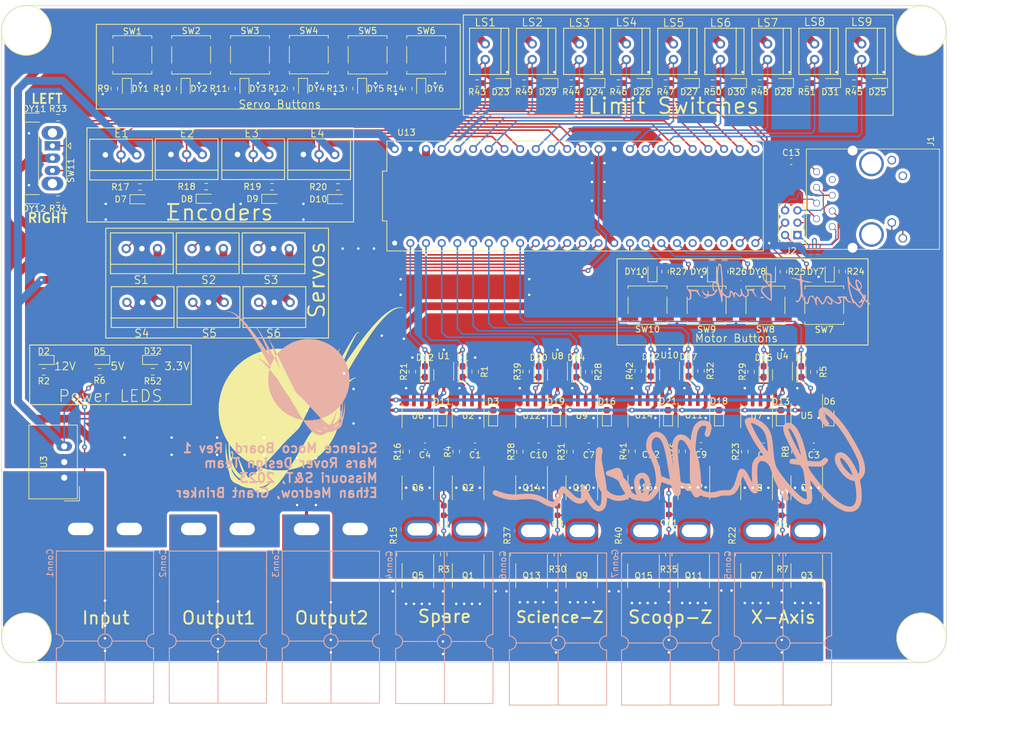
<source format=kicad_pcb>
(kicad_pcb (version 20211014) (generator pcbnew)
  (title_block (title "Science Actuation Board") (comment 4 "Ethan Medrow, Josue Cavazos"))
  (layers (0 "F.Cu" signal) (31 "B.Cu" signal) (34 "B.Paste" user) (35 "F.Paste" user) (36 "B.SilkS" user "B.Silkscreen") (37 "F.SilkS" user "F.Silkscreen") (38 "B.Mask" user) (39 "F.Mask" user) (44 "Edge.Cuts" user))
  (net 0 "")
  (net 1 "+3V3")
  (net 2 "GND")
  (net 3 "Encoder_PWM_1")
  (net 4 "Encoder_PWM_3")
  (net 5 "Encoder_PWM_4")
  (net 6 "Encoder_PWM_2")
  (net 7 "+12V")
  (net 8 "Net-(C6-Pad1)")
  (net 9 "Net-(C9-Pad1)")
  (net 10 "Net-(C12-Pad1)")
  (net 11 "FWD_PWM_1")
  (net 12 "Net-(D1-Pad1)")
  (net 13 "FWD_PWM_4")
  (net 14 "Net-(D4-Pad1)")
  (net 15 "RVS_PWM_1")
  (net 16 "RVS_PWM_4")
  (net 17 "Net-(D15-Pad1)")
  (net 18 "Net-(D8-Pad2)")
  (net 19 "Net-(D9-Pad2)")
  (net 20 "Net-(D10-Pad2)")
  (net 21 "FWD_PWM_3")
  (net 22 "FWD_PWM_2")
  (net 23 "RVS_PWM_3")
  (net 24 "RVS_PWM_2")
  (net 25 "Manual_Control_Left")
  (net 26 "Net-(D26-Pad2)")
  (net 27 "Net-(D27-Pad2)")
  (net 28 "Net-(D28-Pad2)")
  (net 29 "Net-(D29-Pad2)")
  (net 30 "Net-(D30-Pad2)")
  (net 31 "Net-(D31-Pad2)")
  (net 32 "Limit_Switch_2")
  (net 33 "Limit_Switch_3")
  (net 34 "Limit_Switch_1")
  (net 35 "Limit_Switch_4")
  (net 36 "Limit_Switch_5")
  (net 37 "Limit_Switch_6")
  (net 38 "Net-(Q1-Pad4)")
  (net 39 "Net-(Q2-Pad4)")
  (net 40 "Net-(Q3-Pad4)")
  (net 41 "Net-(Q4-Pad4)")
  (net 42 "Net-(Q5-Pad4)")
  (net 43 "Net-(Q6-Pad4)")
  (net 44 "Net-(Q7-Pad4)")
  (net 45 "Net-(Q8-Pad4)")
  (net 46 "Net-(Q9-Pad4)")
  (net 47 "Net-(Q10-Pad4)")
  (net 48 "Net-(Q11-Pad4)")
  (net 49 "Net-(Q12-Pad4)")
  (net 50 "Net-(Q13-Pad4)")
  (net 51 "Net-(Q14-Pad4)")
  (net 52 "Net-(Q15-Pad4)")
  (net 53 "Net-(Q16-Pad4)")
  (net 54 "Net-(R7-Pad1)")
  (net 55 "Net-(D25-Pad2)")
  (net 56 "+5V")
  (net 57 "Net-(DY1-Pad2)")
  (net 58 "Net-(DY2-Pad2)")
  (net 59 "Net-(DY3-Pad2)")
  (net 60 "Net-(DY4-Pad2)")
  (net 61 "Net-(DY5-Pad2)")
  (net 62 "Net-(DY6-Pad2)")
  (net 63 "Net-(DY7-Pad2)")
  (net 64 "Net-(DY8-Pad2)")
  (net 65 "Net-(DY9-Pad2)")
  (net 66 "Net-(DY10-Pad2)")
  (net 67 "Net-(R31-Pad1)")
  (net 68 "Servo_1")
  (net 69 "Servo_2")
  (net 70 "Servo_3")
  (net 71 "Servo_4")
  (net 72 "Servo_5")
  (net 73 "Servo_6")
  (net 74 "Manual_Control_Right")
  (net 75 "Net-(D24-Pad2)")
  (net 76 "Net-(J1-Pad9)")
  (net 78 "Net-(J1-Pad10)")
  (net 80 "/TX+")
  (net 81 "/TX-")
  (net 83 "/RX+")
  (net 84 "/RX-")
  (net 85 "Limit_Switch_7")
  (net 86 "/M3+")
  (net 87 "Net-(C1-Pad1)")
  (net 88 "Net-(C3-Pad1)")
  (net 89 "Net-(C4-Pad1)")
  (net 90 "Net-(C7-Pad1)")
  (net 91 "Net-(C10-Pad1)")
  (net 92 "Net-(C13-Pad1)")
  (net 93 "Net-(C13-Pad2)")
  (net 94 "Net-(D2-Pad2)")
  (net 95 "Net-(D5-Pad2)")
  (net 96 "Net-(D7-Pad2)")
  (net 97 "Net-(DY11-Pad2)")
  (net 98 "Net-(DY12-Pad2)")
  (net 99 "Net-(D12-Pad1)")
  (net 100 "Net-(R4-Pad1)")
  (net 101 "Servo_1_SW")
  (net 102 "Servo_2_SW")
  (net 103 "Servo_3_SW")
  (net 104 "Servo_4_SW")
  (net 105 "Servo_5_SW")
  (net 106 "Servo_6_SW")
  (net 107 "Net-(D14-Pad1)")
  (net 108 "Net-(D17-Pad1)")
  (net 109 "Net-(R23-Pad1)")
  (net 110 "Motor_1_SW")
  (net 111 "Motor_2_SW")
  (net 112 "Motor_3_SW")
  (net 113 "Motor_4_SW")
  (net 114 "Net-(D20-Pad1)")
  (net 115 "Net-(D22-Pad1)")
  (net 116 "Net-(D23-Pad2)")
  (net 117 "Net-(R3-Pad1)")
  (net 118 "Net-(R8-Pad1)")
  (net 119 "Net-(R15-Pad1)")
  (net 120 "Net-(R16-Pad1)")
  (net 121 "Net-(U1-Pad4)")
  (net 122 "Net-(U1-Pad6)")
  (net 123 "Net-(R22-Pad1)")
  (net 124 "Net-(R30-Pad1)")
  (net 125 "Net-(R35-Pad1)")
  (net 126 "Net-(R36-Pad1)")
  (net 127 "Net-(R37-Pad1)")
  (net 128 "Net-(R38-Pad1)")
  (net 129 "Limit_Switch_8")
  (net 130 "Limit_Switch_9")
  (net 131 "/M3-")
  (net 132 "/M1+")
  (net 133 "/M1-")
  (net 134 "/M4+")
  (net 135 "/M4-")
  (net 136 "/M2+")
  (net 137 "/M2-")
  (net 138 "Net-(R40-Pad1)")
  (net 139 "Net-(R41-Pad1)")
  (net 140 "Net-(U4-Pad4)")
  (net 141 "Net-(U4-Pad6)")
  (net 142 "Net-(U12-Pad3)")
  (net 143 "Net-(U8-Pad6)")
  (net 144 "Net-(U10-Pad4)")
  (net 145 "Net-(U10-Pad6)")
  (net 149 "Net-(D32-Pad2)")
  (footprint "Resistor_SMD:R_0603_1608Metric_Pad0.98x0.95mm_HandSolder" (layer "F.Cu") (at 81.733 65.135 90)
    (fp_text reference "R12")
    (fp_text value "100")
  )
  (footprint "Resistor_SMD:R_0603_1608Metric_Pad0.98x0.95mm_HandSolder" (layer "F.Cu") (at 143.002 140.589 -90)
    (fp_text reference "R35")
    (fp_text value "100")
  )
  (footprint "Package_SO:SOIC-8_3.9x4.9mm_P1.27mm" (layer "F.Cu") (at 147.024 144.018 -90)
    (fp_text reference "Q11")
    (fp_text value "SI4156DY")
  )
  (footprint "Connector_PinHeader_2.00mm:PinHeader_2x03_P2.00mm_Vertical" (layer "F.Cu") (at 163.83 88.866 180)
    (fp_text reference "J2")
    (fp_text value "Conn_02x03_Counter_Clockwise")
  )
  (footprint "Resistor_SMD:R_0603_1608Metric_Pad0.98x0.95mm_HandSolder" (layer "F.Cu") (at 161.404 140.589 -90)
    (fp_text reference "R7")
    (fp_text value "100")
  )
  (footprint "Package_SO:SOIC-8_3.9x4.9mm_P1.27mm" (layer "F.Cu") (at 147.066 118.045 -90)
    (fp_text reference "U11")
    (fp_text value "IRS2005S")
  )
  (footprint "Package_SO:SOIC-8_3.9x4.9mm_P1.27mm" (layer "F.Cu") (at 157.213 144.018 -90)
    (fp_text reference "Q7")
    (fp_text value "SI4156DY")
  )
  (footprint "MRDT_Connectors:MOLEX_SL_03_Vertical" (layer "F.Cu") (at 78.232 75.81795 180)
    (fp_text reference "AbsEncode3" hide)
    (fp_text value "Molex_SL_03")
  )
  (footprint "LED_SMD:LED_0603_1608Metric_Pad1.05x0.95mm_HandSolder" (layer "F.Cu") (at 83.765 65.149 -90)
    (fp_text reference "DY4")
    (fp_text value "LED")
  )
  (footprint "Button_Switch_SMD:SW_SPST_EVPBF" (layer "F.Cu") (at 139.555 100.217 180)
    (fp_text reference "SW10")
    (fp_text value "SW_Push")
  )
  (footprint "Resistor_SMD:R_0603_1608Metric_Pad0.98x0.95mm_HandSolder" (layer "F.Cu") (at 138.049 110.871 -90)
    (fp_text reference "R42")
    (fp_text value "120")
  )
  (footprint "Button_Switch_SMD:SW_SPST_EVPBF" (layer "F.Cu") (at 94.22 59.688)
    (fp_text reference "SW5")
    (fp_text value "SW_Push")
  )
  (footprint "Resistor_SMD:R_0603_1608Metric_Pad0.98x0.95mm_HandSolder" (layer "F.Cu") (at 111.9492 64.26 180)
    (fp_text reference "R43")
    (fp_text value "120")
  )
  (footprint "MRDT_Connectors:MOLEX_SL_03_Vertical" (layer "F.Cu") (at 67.44875 75.81795 180)
    (fp_text reference "AbsEncode2" hide)
    (fp_text value "Molex_SL_03")
  )
  (footprint "Capacitor_SMD:C_0603_1608Metric" (layer "F.Cu") (at 124.968 133.477 90)
    (fp_text reference "C8")
    (fp_text value "10u")
  )
  (footprint "LED_SMD:LED_0603_1608Metric_Pad1.05x0.95mm_HandSolder" (layer "F.Cu") (at 114.554 118.11 90)
    (fp_text reference "D3")
    (fp_text value "D_Small")
  )
  (footprint "Resistor_SMD:R_0603_1608Metric_Pad0.98x0.95mm_HandSolder" (layer "F.Cu") (at 137.033 123.887 -90)
    (fp_text reference "R41")
    (fp_text value "100")
  )
  (footprint "Resistor_SMD:R_0603_1608Metric_Pad0.98x0.95mm_HandSolder" (layer "F.Cu") (at 100.869 65.149 90)
    (fp_text reference "R14")
    (fp_text value "100")
  )
  (footprint "Resistor_SMD:R_0603_1608Metric_Pad0.98x0.95mm_HandSolder" (layer "F.Cu") (at 106.553 140.589 -90)
    (fp_text reference "R3")
    (fp_text value "100")
  )
  (footprint "Resistor_SMD:R_0603_1608Metric_Pad0.98x0.95mm_HandSolder" (layer "F.Cu") (at 101.473 110.998 -90)
    (fp_text reference "R21")
    (fp_text value "120")
  )
  (footprint "Package_SO:SOIC-8_3.9x4.9mm_P1.27mm" (layer "F.Cu") (at 138.938 118.045 -90)
    (fp_text reference "U14")
    (fp_text value "IRS2005S")
  )
  (footprint "LED_SMD:LED_0603_1608Metric_Pad1.05x0.95mm_HandSolder" (layer "F.Cu") (at 151.13 118.11 90)
    (fp_text reference "D18")
    (fp_text value "D_Small")
  )
  (footprint "LED_SMD:LED_0603_1608Metric_Pad1.05x0.95mm_HandSolder" (layer "F.Cu") (at 74.281 65.163 -90)
    (fp_text reference "DY3")
    (fp_text value "LED")
  )
  (footprint "Resistor_SMD:R_0603_1608Metric_Pad0.98x0.95mm_HandSolder" (layer "F.Cu") (at 111.633 110.998 90)
    (fp_text reference "R1")
    (fp_text value "120")
  )
  (footprint "Resistor_SMD:R_0603_1608Metric_Pad0.98x0.95mm_HandSolder" (layer "F.Cu") (at 163.436 123.952 -90)
    (fp_text reference "R8")
    (fp_text value "100")
  )
  (footprint "Resistor_SMD:R_0603_1608Metric_Pad0.98x0.95mm_HandSolder" (layer "F.Cu") (at 152.042 94.788 -90)
    (fp_text reference "R26")
    (fp_text value "100")
  )
  (footprint "Capacitor_SMD:C_0603_1608Metric_Pad1.08x0.95mm_HandSolder" (layer "F.Cu") (at 162.814 76.96)
    (fp_text reference "C13")
    (fp_text value "0.1uF")
  )
  (footprint "LED_SMD:LED_0603_1608Metric_Pad1.05x0.95mm_HandSolder" (layer "F.Cu") (at 59.436 109.093)
    (fp_text reference "D32")
    (fp_text value "Green")
  )
  (footprint "Resistor_SMD:R_0603_1608Metric_Pad0.98x0.95mm_HandSolder" (layer "F.Cu") (at 161.567 94.788 -90)
    (fp_text reference "R25")
    (fp_text value "100")
  )
  (footprint "Resistor_SMD:R_0603_1608Metric_Pad0.98x0.95mm_HandSolder" (layer "F.Cu") (at 172.96 64.26 180)
    (fp_text reference "R45")
    (fp_text value "120")
  )
  (footprint "Resistor_SMD:R_0603_1608Metric_Pad0.98x0.95mm_HandSolder" (layer "F.Cu") (at 134.8365 64.26 180)
    (fp_text reference "R46")
    (fp_text value "120")
  )
  (footprint "Resistor_SMD:R_0603_1608Metric_Pad0.98x0.95mm_HandSolder" (layer "F.Cu") (at 153.276 140.589 -90)
    (fp_text reference "R22")
    (fp_text value "100")
  )
  (footprint "LED_SMD:LED_0603_1608Metric_Pad1.05x0.95mm_HandSolder" (layer "F.Cu") (at 124.714 118.11 90)
    (fp_text reference "D19")
    (fp_text value "D_Small")
  )
  (footprint "Capacitor_SMD:C_0603_1608Metric" (layer "F.Cu") (at 148.209 122.998 180)
    (fp_text reference "C9")
    (fp_text value "1u")
  )
  (footprint "Resistor_SMD:R_0603_1608Metric_Pad0.98x0.95mm_HandSolder" (layer "F.Cu") (at 116.84 140.589 -90)
    (fp_text reference "R37")
    (fp_text value "100")
  )
  (footprint "Button_Switch_THT:SW_Slide_1P2T_CK_OS102011MS2Q" (layer "F.Cu") (at 43.18 74.42 -90)
    (fp_text reference "SW11")
    (fp_text value "SW_DPDT_x2")
  )
  (footprint "LED_SMD:LED_0603_1608Metric_Pad1.05x0.95mm_HandSolder" (layer "F.Cu") (at 132.969 118.11 90)
    (fp_text reference "D16")
    (fp_text value "D_Small")
  )
  (footprint "MRDT_Connectors:MOLEX_SL_02_Vertical" (layer "F.Cu") (at 128.51 57.91 -90)
    (fp_text reference "LimSwitch2" hide)
    (fp_text value "Molex_SL_02")
  )
  (footprint "Resistor_SMD:R_0603_1608Metric_Pad0.98x0.95mm_HandSolder" (layer "F.Cu") (at 44.0925 69.848)
    (fp_text reference "R33")
    (fp_text value "100")
  )
  (footprint "Resistor_SMD:R_0603_1608Metric_Pad0.98x0.95mm_HandSolder" (layer "F.Cu") (at 91.299 65.149 90)
    (fp_text reference "R13")
    (fp_text value "100")
  )
  (footprint "Package_SO:SOIC-8_3.9x4.9mm_P1.27mm" (layer "F.Cu") (at 120.777 144.018 -90)
    (fp_text reference "Q13")
    (fp_text value "SI4156DY")
  )
  (footprint "Resistor_SMD:R_0603_1608Metric_Pad0.98x0.95mm_HandSolder" (layer "F.Cu") (at 50.8 110.998 180)
    (fp_text reference "R6")
    (fp_text value "300")
  )
  (footprint "MRDT_Connectors:MOLEX_SL_02_Vertical" (layer "F.Cu") (at 120.89 57.91 -90)
    (fp_text reference "LimSwitch7" hide)
    (fp_text value "Molex_SL_02")
  )
  (footprint "Package_SO:SOIC-8_3.9x4.9mm_P1.27mm" (layer "F.Cu") (at 157.213 129.794 -90)
    (fp_text reference "Q8")
    (fp_text value "SI4156DY")
  )
  (footprint "Capacitor_SMD:C_0603_1608Metric" (layer "F.Cu") (at 158.356 123.063 180)
    (fp_text reference "C6")
    (fp_text value "1u")
  )
  (footprint "Resistor_SMD:R_0603_1608Metric_Pad0.98x0.95mm_HandSolder" (layer "F.Cu") (at 108.585 123.952 -90)
    (fp_text reference "R4")
    (fp_text value "100")
  )
  (footprint "Resistor_SMD:R_0603_1608Metric_Pad0.98x0.95mm_HandSolder" (layer "F.Cu") (at 78.74 81.02495)
    (fp_text reference "R19")
    (fp_text value "120")
  )
  (footprint "Button_Switch_SMD:SW_SPST_EVPBF" (layer "F.Cu") (at 84.695 59.656)
    (fp_text reference "SW4")
    (fp_text value "SW_Push")
  )
  (footprint "LED_SMD:LED_0603_1608Metric_Pad1.05x0.95mm_HandSolder" (layer "F.Cu") (at 123.3792 64.26 180)
    (fp_text reference "D29")
    (fp_text value "YELLOW")
  )
  (footprint "LED_SMD:LED_0603_1608Metric_Pad1.05x0.95mm_HandSolder" (layer "F.Cu") (at 158.356 110.998 90)
    (fp_text reference "D15")
    (fp_text value "Orange")
  )
  (footprint "Capacitor_SMD:C_0603_1608Metric" (layer "F.Cu") (at 111.633 123.063 180)
    (fp_text reference "C1")
    (fp_text value "1u")
  )
  (footprint "Resistor_SMD:R_0603_1608Metric_Pad0.98x0.95mm_HandSolder" (layer "F.Cu") (at 89.408 81.0748)
    (fp_text reference "R20")
    (fp_text value "120")
  )
  (footprint "MRDT_Connectors:MOLEX_SL_03_Vertical" (layer "F.Cu") (at 60.325 99.7716 180)
    (fp_text reference "Servo4" hide)
    (fp_text value "Molex_SL_03")
  )
  (footprint "MRDT_Drill_Holes:4_40_Hole_Corner" (layer "F.Cu") (at 34.9363 51.7003 -90)
    (fp_text reference "V3" hide)
    (fp_text value "Via" hide)
  )
  (footprint "Capacitor_SMD:C_0603_1608Metric" (layer "F.Cu") (at 121.92 123.063 180)
    (fp_text reference "C10")
    (fp_text value "1u")
  )
  (footprint "Resistor_SMD:R_0603_1608Metric_Pad0.98x0.95mm_HandSolder" (layer "F.Cu") (at 62.724 65.149 90)
    (fp_text reference "R10")
    (fp_text value "100")
  )
  (footprint "Resistor_SMD:R_0603_1608Metric_Pad0.98x0.95mm_HandSolder" (layer "F.Cu") (at 57.364 81.0875)
    (fp_text reference "R17")
    (fp_text value "120")
  )
  (footprint "Package_SO:SOIC-8_3.9x4.9mm_P1.27mm" (layer "F.Cu") (at 128.905 118.11 -90)
    (fp_text reference "U9")
    (fp_text value "IRS2005S")
  )
  (footprint "Resistor_SMD:R_0603_1608Metric_Pad0.98x0.95mm_HandSolder" (layer "F.Cu") (at 72.249 65.149 90)
    (fp_text reference "R11")
    (fp_text value "100")
  )
  (footprint "Resistor_SMD:R_0603_1608Metric_Pad0.98x0.95mm_HandSolder" (layer "F.Cu") (at 130.048 111.0215 90)
    (fp_text reference "R28")
    (fp_text value "120")
  )
  (footprint "MRDT_Connectors:MOLEX_SL_02_Vertical" (layer "F.Cu") (at 113.27 57.91 -90)
    (fp_text reference "LimSwitch1" hide)
    (fp_text value "Molex_SL_02")
  )
  (footprint "Resistor_SMD:R_0603_1608Metric_Pad0.98x0.95mm_HandSolder" (layer "F.Cu") (at 44.069 83.056)
    (fp_text reference "R34")
    (fp_text value "100")
  )
  (footprint "LED_SMD:LED_0603_1608Metric_Pad1.05x0.95mm_HandSolder" (layer "F.Cu") (at 50.8 109.093 180)
    (fp_text reference "D5")
    (fp_text value "GREEN")
  )
  (footprint "Capacitor_SMD:C_0603_1608Metric" (layer "F.Cu") (at 130.048 123.063 180)
    (fp_text reference "C7")
    (fp_text value "1u")
  )
  (footprint "Resistor_SMD:R_0603_1608Metric_Pad0.98x0.95mm_HandSolder" (layer "F.Cu") (at 157.72 64.26 180)
    (fp_text reference "R48")
    (fp_text value "120")
  )
  (footprint "MRDT_Connectors:MOLEX_SL_03_Vertical" (layer "F.Cu") (at 88.9 75.817 180)
    (fp_text reference "AbsEncode4" hide)
    (fp_text value "Molex_SL_03")
  )
  (footprint "LED_SMD:LED_0603_1608Metric_Pad1.05x0.95mm_HandSolder" (layer "F.Cu") (at 146.177 110.871 90)
    (fp_text reference "D17")
    (fp_text value "Orange")
  )
  (footprint "Resistor_SMD:R_0603_1608Metric_Pad0.98x0.95mm_HandSolder" (layer "F.Cu") (at 119.888 110.9745 -90)
    (fp_text reference "R39")
    (fp_text value "120")
  )
  (footprint "Resistor_SMD:R_0603_1608Metric_Pad0.98x0.95mm_HandSolder" (layer "F.Cu") (at 155.308 123.952 -90)
    (fp_text reference "R23")
    (fp_text value "100")
  )
  (footprint "MRDT_Connectors:MOLEX_SL_03_Vertical" (layer "F.Cu") (at 81.534 91.059 180)
    (fp_text reference "Servo3" hide)
    (fp_text value "Molex_SL_03")
  )
  (footprint "LED_SMD:LED_0603_1608Metric_Pad1.05x0.95mm_HandSolder" (layer "F.Cu") (at 153.924 64.26 180)
    (fp_text reference "D30")
    (fp_text value "YELLOW")
  )
  (footprint "MRDT_Shields:Teensy_4_1_Bare" (layer "F.Cu") (at 127.8135 82.548)
    (fp_text reference "U13")
    (fp_text value "Teensy4.1_DEV-16771")
  )
  (footprint "Package_SO:SOIC-8_3.9x4.9mm_P1.27mm" (layer "F.Cu") (at 102.362 118.11 -90)
    (fp_text reference "U6")
    (fp_text value "IRS2005S")
  )
  (footprint "LED_SMD:LED_0603_1608Metric_Pad1.05x0.95mm_HandSolder" (layer "F.Cu") (at 93.331 65.149 -90)
    (fp_text reference "DY5")
    (fp_text value "LED")
  )
  (footprint "Resistor_SMD:R_0603_1608Metric_Pad0.98x0.95mm_HandSolder" (layer "F.Cu") (at 124.968 140.589 -90)
    (fp_text reference "R30")
    (fp_text value "100")
  )
  (footprint "LED_SMD:LED_0603_1608Metric_Pad1.05x0.95mm_HandSolder" (layer "F.Cu") (at 68.10915 82.9874)
    (fp_text reference "D8")
    (fp_text value "YELLOW")
  )
  (footprint "LED_SMD:LED_0603_1608Metric_Pad1.05x0.95mm_HandSolder" (layer "F.Cu") (at 164.452 110.998 90)
    (fp_text reference "D4")
    (fp_text value "Orange")
  )
  (footprint "Package_SO:SOIC-8_3.9x4.9mm_P1.27mm" (layer "F.Cu") (at 128.905 144.018 -90)
    (fp_text reference "Q9")
    (fp_text value "SI4156DY")
  )
  (footprint "MRDT_Connectors:MOLEX_SL_02_Vertical" (layer "F.Cu") (at 158.99 57.91 -90)
    (fp_text reference "LimSwitch6" hide)
    (fp_text value "Molex_SL_02")
  )
  (footprint "Resistor_SMD:R_0603_1608Metric_Pad0.98x0.95mm_HandSolder" (layer "F.Cu") (at 166.484 111.0215 90)
    (fp_text reference "R5")
    (fp_text value "120")
  )
  (footprint "Resistor_SMD:R_0603_1608Metric_Pad0.98x0.95mm_HandSolder" (layer "F.Cu") (at 100.457 123.952 -90)
    (fp_text reference "R16")
    (fp_text value "100")
  )
  (footprint "LED_SMD:LED_0603_1608Metric_Pad1.05x0.95mm_HandSolder" (layer "F.Cu") (at 121.92 110.998 90)
    (fp_text reference "D20")
    (fp_text value "Orange")
  )
  (footprint "LED_SMD:LED_0603_1608Metric_Pad1.05x0.95mm_HandSolder" (layer "F.Cu") (at 142.875 118.11 90)
    (fp_text reference "D21")
    (fp_text value "D_Small")
  )
  (footprint "Package_SO:SOIC-8_3.9x4.9mm_P1.27mm" (layer "F.Cu") (at 165.341 144.018 -90)
    (fp_text reference "Q3")
    (fp_text value "SI4156DY")
  )
  (footprint "Package_SO:SOIC-8_3.9x4.9mm_P1.27mm" (layer "F.Cu") (at 157.213 118.11 -90)
    (fp_text reference "U7")
    (fp_text value "IRS2005S")
  )
  (footprint "Button_Switch_SMD:SW_SPST_EVPBF" (layer "F.Cu") (at 149.121 100.249 180)
    (fp_text reference "SW9")
    (fp_text value "SW_Push")
  )
  (footprint "LED_SMD:LED_0603_1608Metric_Pad1.05x0.95mm_HandSolder" (layer "F.Cu") (at 140.358 94.774 90)
    (fp_text reference "DY10")
    (fp_text value "LED")
  )
  (footprint "LED_SMD:LED_0603_1608Metric_Pad1.05x0.95mm_HandSolder" (layer "F.Cu") (at 138.656 64.26 180)
    (fp_text reference "D26")
    (fp_text value "YELLOW")
  )
  (footprint "Button_Switch_SMD:SW_SPST_EVPBF" (layer "F.Cu") (at 168.171 100.235)
    (fp_text reference "SW7")
    (fp_text value "SW_Push")
  )
  (footprint "LED_SMD:LED_0603_1608Metric_Pad1.05x0.95mm_HandSolder" (layer "F.Cu") (at 146.29 64.26 180)
    (fp_text reference "D27")
    (fp_text value "YELLOW")
  )
  (footprint "Package_SO:SOIC-8_3.9x4.9mm_P1.27mm" (layer "F.Cu") (at 110.49 144.018 -90)
    (fp_text reference "Q1")
    (fp_text value "SI4156DY")
  )
  (footprint "Resistor_SMD:R_0603_1608Metric_Pad0.98x0.95mm_HandSolder" (layer "F.Cu") (at 171.092 94.774 -90)
    (fp_text reference "R24")
    (fp_text value "100")
  )
  (footprint "Package_SO:SOIC-8_3.9x4.9mm_P1.27mm" (layer "F.Cu") (at 147.066 129.729 -90)
    (fp_text reference "Q12")
    (fp_text value "SI4156DY")
  )
  (footprint "LED_SMD:LED_0603_1608Metric_Pad1.05x0.95mm_HandSolder" (layer "F.Cu") (at 40.273 69.848)
    (fp_text reference "DY11")
    (fp_text value "LED")
  )
  (footprint "MRDT_Connectors:MOLEX_SL_02_Vertical" (layer "F.Cu") (at 136.13 57.91 -90)
    (fp_text reference "LimSwitch4" hide)
    (fp_text value "Molex_SL_02")
  )
  (footprint "Package_SO:SOIC-8_3.9x4.9mm_P1.27mm" (layer "F.Cu") (at 165.341 129.794 -90)
    (fp_text reference "Q4")
    (fp_text value "SI4156DY")
  )
  (footprint "Button_Switch_SMD:SW_SPST_EVPBF" (layer "F.Cu") (at 103.704 59.688)
    (fp_text reference "SW6")
    (fp_text value "SW_Push")
  )
  (footprint "Capacitor_SMD:C_0603_1608Metric" (layer "F.Cu") (at 106.553 133.477 90)
    (fp_text reference "C2")
    (fp_text value "10u")
  )
  (footprint "LED_SMD:LED_0603_1608Metric_Pad1.05x0.95mm_HandSolder" (layer "F.Cu") (at 103.505 110.998 90)
    (fp_text reference "D12")
    (fp_text value "Orange")
  )
  (footprint "Resistor_SMD:R_0603_1608Metric_Pad0.98x0.95mm_HandSolder" (layer "F.Cu") (at 150.1 64.26 180)
    (fp_text reference "R50")
    (fp_text value "120")
  )
  (footprint "Resistor_SMD:R_0603_1608Metric_Pad0.98x0.95mm_HandSolder" (layer "F.Cu") (at 41.774 111.01575)
    (fp_text reference "R2")
    (fp_text value "1k")
  )
  (footprint "LED_SMD:LED_0603_1608Metric_Pad1.05x0.95mm_HandSolder" (layer "F.Cu") (at 128.016 111.012 90)
    (fp_text reference "D14")
    (fp_text value "Orange")
  )
  (footprint "Resistor_SMD:R_0603_1608Metric_Pad0.98x0.95mm_HandSolder" (layer "F.Cu") (at 156.324 110.998 -90)
    (fp_text reference "R29")
    (fp_text value "120")
  )
  (footprint "Resistor_SMD:R_0603_1608Metric_Pad0.98x0.95mm_HandSolder" (layer "F.Cu") (at 68.08375 81.0183)
    (fp_text reference "R18")
    (fp_text value "120")
  )
  (footprint "MRDT_Connectors:MOLEX_SL_03_Vertical" (layer "F.Cu") (at 60.198 91.059 180)
    (fp_text reference "Servo1" hide)
    (fp_text value "Molex_SL_03")
  )
  (footprint "MRDT_Connectors:MOLEX_SL_03_Vertical" (layer "F.Cu") (at 70.993 99.7716 180)
    (fp_text reference "Servo5" hide)
    (fp_text value "Molex_SL_03")
  )
  (footprint "LED_SMD:LED_0603_1608Metric_Pad1.05x0.95mm_HandSolder" (layer "F.Cu") (at 115.7592 64.26 180)
    (fp_text reference "D23")
    (fp_text value "YELLOW")
  )
  (footprint "MRDT_Connectors:MOLEX_SL_02_Vertical" (layer "F.Cu") (at 151.37 57.91 -90)
    (fp_text reference "LimSwitch8" hide)
    (fp_text value "Molex_SL_02")
  )
  (footprint "Converter_DCDC:Converter_DCDC_TRACO_TSR-1_THT" (layer "F.Cu") (at 45.085 128.1625 90)
    (fp_text reference "U3")
    (fp_text value "TSR_1-2450")
  )
  (footprint "LED_SMD:LED_0603_1608Metric_Pad1.05x0.95mm_HandSolder" (layer "F.Cu") (at 130.9992 64.26 180)
    (fp_text reference "D24")
    (fp_text value "YELLOW")
  )
  (footprint "LED_SMD:LED_0603_1608Metric_Pad1.05x0.95mm_HandSolder" (layer "F.Cu") (at 106.299 118.11 90)
    (fp_text reference "D11")
    (fp_text value "D_Small")
  )
  (footprint "LED_SMD:LED_0603_1608Metric_Pad1.05x0.95mm_HandSolder" (layer "F.Cu") (at 159.535 94.788 90)
    (fp_text reference "DY8")
    (fp_text value "LED")
  )
  (footprint "Capacitor_SMD:C_0603_1608Metric" (layer "F.Cu") (at 103.505 123.063 180)
    (fp_text reference "C4")
    (fp_text value "1u")
  )
  (footprint "LED_SMD:LED_0603_1608Metric_Pad1.05x0.95mm_HandSolder" (layer "F.Cu") (at 169.06 94.788 90)
    (fp_text reference "DY7")
    (fp_text value "LED")
  )
  (footprint "Resistor_SMD:R_0603_1608Metric_Pad0.98x0.95mm_HandSolder" (layer "F.Cu") (at 142.39 94.788 -90)
    (fp_text reference "R27")
    (fp_text value "100")
  )
  (footprint "Capacitor_SMD:C_0603_1608Metric" (layer "F.Cu") (at 143.002 133.35 90)
    (fp_text reference "C11")
    (fp_text value "10u")
  )
  (footprint "Package_SO:SOIC-8_3.9x4.9mm_P1.27mm" (layer "F.Cu") (at 120.777 129.794 -90)
    (fp_text reference "Q14")
    (fp_text value "SI4156DY")
  )
  (footprint "Package_SO:SOIC-8_3.9x4.9mm_P1.27mm" (layer "F.Cu") (at 138.938 129.729 -90)
    (fp_text reference "Q16")
    (fp_text value "SI4156DY")
  )
  (footprint "Resistor_SMD:R_0603_1608Metric_Pad0.98x0.95mm_HandSolder" (layer "F.Cu") (at 165.34 64.26 180)
    (fp_text reference "R51")
    (fp_text value "120")
  )
  (footprint "LED_SMD:LED_0603_1608Metric_Pad1.05x0.95mm_HandSolder" (layer "F.Cu") (at 161.15 118.11 90)
    (fp_text reference "D13")
    (fp_text value "D_Small")
  )
  (footprint "Resistor_SMD:R_0603_1608Metric_Pad0.98x0.95mm_HandSolder" (layer "F.Cu") (at 148.209 110.871 90)
    (fp_text reference "R32")
    (fp_text value "120")
  )
  (footprint "MRDT_Connectors:MOLEX_SL_03_Vertical" (layer "F.Cu") (at 56.8325 75.8805 180)
    (fp_text reference "AbsEncode1" hide)
    (fp_text value "Molex_SL_03")
  )
  (footprint "Package_TO_SOT_SMD:SOT-23-6_Handsoldering" (layer "F.Cu") (at 161.404 111.506 -90)
    (fp_text reference "U4")
    (fp_text value "74LVC2G04")
  )
  (footprint "MRDT_Connectors:MOLEX_SL_03_Vertical" (layer "F.Cu") (at 81.661 99.7716 180)
    (fp_text reference "Servo6" hide)
    (fp_text value "Molex_SL_03")
  )
  (footprint "MRDT_Connectors:RJ45_Teensy" (layer "F.Cu") (at 188.8195 82.931 90)
    (fp_text reference "J1")
    (fp_text value "RJ45_LED_Shielded")
  )
  (footprint "Resistor_SMD:R_0603_1608Metric_Pad0.98x0.95mm_HandSolder" (layer "F.Cu") (at 134.874 140.589 -90)
    (fp_text reference "R40")
    (fp_text value "100")
  )
  (footprint "Resistor_SMD:R_0603_1608Metric_Pad0.98x0.95mm_HandSolder" (layer "F.Cu") (at 118.872 123.952 -90)
    (fp_text reference "R38")
    (fp_text value "100")
  )
  (footprint "LED_SMD:LED_0603_1608Metric_Pad1.05x0.95mm_HandSolder" (layer "F.Cu") (at 41.774 109.093 180)
    (fp_text reference "D2")
    (fp_text value "GREEN")
  )
  (footprint "MRDT_Connectors:MOLEX_SL_02_Vertical" (layer "F.Cu") (at 143.75 57.91 -90)
    (fp_text reference "LimSwitch5" hide)
    (fp_text value "Molex_SL_02")
  )
  (footprint "Package_SO:SOIC-8_3.9x4.9mm_P1.27mm" (layer "F.Cu") (at 120.777 118.11 -90)
    (fp_text reference "U12")
    (fp_text value "IRS2005S")
  )
  (footprint "LED_SMD:LED_0603_1608Metric_Pad1.05x0.95mm_HandSolder" (layer "F.Cu") (at 102.901 65.149 -90)
    (fp_text reference "DY6")
    (fp_text value "LED")
  )
  (footprint "Button_Switch_SMD:SW_SPST_EVPBF" (layer "F.Cu") (at 158.646 100.249 180)
    (fp_text reference "SW8")
    (fp_text value "SW_Push")
  )
  (footprint "Resistor_SMD:R_0603_1608Metric_Pad0.98x0.95mm_HandSolder" (layer "F.Cu") (at 119.5692 64.26 180)
    (fp_text reference "R49")
    (fp_text value "120")
  )
  (footprint "Package_TO_SOT_SMD:SOT-23-6_Handsoldering" (layer "F.Cu") (at 106.553 111.506 -90)
    (fp_text reference "U1")
    (fp_text value "74LVC2G04")
  )
  (footprint "LED_SMD:LED_0603_1608Metric_Pad1.05x0.95mm_HandSolder" (layer "F.Cu") (at 176.77 64.26 180)
    (fp_text reference "D25")
    (fp_text value "YELLOW")
  )
  (footprint "Resistor_SMD:R_0603_1608Metric_Pad0.98x0.95mm_HandSolder" (layer "F.Cu") (at 127 123.952 -90)
    (fp_text reference "R31")
    (fp_text value "100")
  )
  (footprint "MRDT_Connectors:MOLEX_SL_03_Vertical" (layer "F.Cu") (at 70.866 91.059 180)
    (fp_text reference "Servo2" hide)
    (fp_text value "Molex_SL_03")
  )
  (footprint "Package_SO:SOIC-8_3.9x4.9mm_P1.27mm" (layer "F.Cu") (at 110.49 118.11 -90)
    (fp_text reference "U2")
    (fp_text value "IRS2005S")
  )
  (footprint "LED_SMD:LED_0603_1608Metric_Pad1.05x0.95mm_HandSolder" (layer "F.Cu") (at 40.259 83.056)
    (fp_text reference "DY12")
    (fp_text value "LED")
  )
  (footprint "LED_SMD:LED_0603_1608Metric_Pad1.05x0.95mm_HandSolder" (layer "F.Cu") (at 89.408 83.056)
    (fp_text reference "D10")
    (fp_text value "YELLOW")
  )
  (footprint "Package_SO:SOIC-8_3.9x4.9mm_P1.27mm" (layer "F.Cu") (at 165.341 118.11 -90)
    (fp_text reference "U5")
    (fp_text value "IRS2005S")
  )
  (footprint "Resistor_SMD:R_0603_1608Metric_Pad0.98x0.95mm_HandSolder" (layer "F.Cu") (at 53.199 65.149 90)
    (fp_text reference "R9")
    (fp_text value "100")
  )
  (footprint "MRDT_Silkscreens:0_MRDT_Logo_30mm" (layer "F.Cu") (at 85.09 115.57)
    (fp_text reference "G***" hide)
    (fp_text value "LOGO" hide)
  )
  (footprint "MRDT_Connectors:MOLEX_SL_02_Vertical" (layer "F.Cu") (at 166.61 57.91 -90)
    (fp_text reference "LimSwitch9" hide)
    (fp_text value "Molex_SL_02")
  )
  (footprint "Package_SO:SOIC-8_3.9x4.9mm_P1.27mm" (layer "F.Cu") (at 102.362 144.018 -90)
    (fp_text reference "Q5")
    (fp_text value "SI4156DY")
  )
  (footprint "MRDT_Drill_Holes:4_40_Hole_Corner" (layer "F.Cu") (at 34.9363 158.1037)
    (fp_text reference "V4" hide)
    (fp_text value "Via" hide)
  )
  (footprint "Capacitor_SMD:C_0603_1608Metric" (layer "F.Cu") (at 161.277 133.477 90)
    (fp_text reference "C5")
    (fp_text value "10u")
  )
  (footprint "Package_TO_SOT_SMD:SOT-23-6_Handsoldering" (layer "F.Cu") (at 124.968 111.506 -90)
    (fp_text reference "U8")
    (fp_text value "74LVC2G04")
  )
  (footprint "LED_SMD:LED_0603_1608Metric_Pad1.05x0.95mm_HandSolder" (layer "F.Cu") (at 169.024 118.11 90)
    (fp_text reference "D6")
    (fp_text value "D_Small")
  )
  (footprint "Package_SO:SOIC-8_3.9x4.9mm_P1.27mm" (layer "F.Cu") (at 110.49 129.794 -90)
    (fp_text reference "Q2")
    (fp_text value "SI4156DY")
  )
  (footprint "LED_SMD:LED_0603_1608Metric_Pad1.05x0.95mm_HandSolder" (layer "F.Cu") (at 64.756 65.149 -90)
    (fp_text reference "DY2")
    (fp_text value "LED")
  )
  (footprint "MRDT_Drill_Holes:4_40_Hole_Corner" (layer "F.Cu") (at 187.9487 158.1037 90)
    (fp_text reference "V2" hide)
    (fp_text value "Via" hide)
  )
  (footprint "Package_SO:SOIC-8_3.9x4.9mm_P1.27mm" (layer "F.Cu") (at 138.896 144.0738 -90)
    (fp_text reference "Q15")
    (fp_text value "SI4156DY")
  )
  (footprint "Package_TO_SOT_SMD:SOT-23-6_Handsoldering" (layer "F.Cu") (at 143.129 111.441 -90)
    (fp_text reference "U10")
    (fp_text value "74LVC2G04")
  )
  (footprint "MRDT_Drill_Holes:4_40_Hole_Corner" (layer "F.Cu") (at 187.90412 51.74488 180)
    (fp_text reference "V1" hide)
    (fp_text value "Via" hide)
  )
  (footprint "LED_SMD:LED_0603_1608Metric_Pad1.05x0.95mm_HandSolder" (layer "F.Cu") (at 78.74 83.00615)
    (fp_text reference "D9")
    (fp_text value "YELLOW")
  )
  (footprint "MRDT_Connectors:MOLEX_SL_02_Vertical" (layer "F.Cu") (at 174.23 57.91 -90)
    (fp_text reference "LimSwitch3" hide)
    (fp_text value "Molex_SL_02")
  )
  (footprint "Capacitor_SMD:C_0603_1608Metric" (layer "F.Cu") (at 166.484 123.063 180)
    (fp_text reference "C3")
    (fp_text value "1u")
  )
  (footprint "LED_SMD:LED_0603_1608Metric_Pad1.05x0.95mm_HandSolder" (layer "F.Cu") (at 161.53 64.26 180)
    (fp_text reference "D28")
    (fp_text value "YELLOW")
  )
  (footprint "LED_SMD:LED_0603_1608Metric_Pad1.05x0.95mm_HandSolder" (layer "F.Cu") (at 57.3913 83.0687)
    (fp_text reference "D7")
    (fp_text value "YELLOW")
  )
  (footprint "LED_SMD:LED_0603_1608Metric_Pad1.05x0.95mm_HandSolder" (layer "F.Cu") (at 140.081 110.885 90)
    (fp_text reference "D22")
    (fp_text value "Orange")
  )
  (footprint "LED_SMD:LED_0603_1608Metric_Pad1.05x0.95mm_HandSolder" (layer "F.Cu") (at 150.01 94.774 90)
    (fp_text reference "DY9")
    (fp_text value "LED")
  )
  (footprint "Resistor_SMD:R_0603_1608Metric_Pad0.98x0.95mm_HandSolder" (layer "F.Cu") (at 145.161 123.887 -90)
    (fp_text reference "R36")
    (fp_text value "100")
  )
  (footprint "Resistor_SMD:R_0603_1608Metric_Pad0.98x0.95mm_HandSolder" (layer "F.Cu") (at 98.425 140.589 -90)
    (fp_text reference "R15")
    (fp_text value "100")
  )
  (footprint "Capacitor_SMD:C_0603_1608Metric" (layer "F.Cu") (at 140.081 122.998 180)
    (fp_text reference "C12")
    (fp_text value "1u")
  )
  (footprint "LED_SMD:LED_0603_1608Metric_Pad1.05x0.95mm_HandSolder" (layer "F.Cu") (at 109.601 110.998 90)
    (fp_text reference "D1")
    (fp_text value "Orange")
  )
  (footprint "Resistor_SMD:R_0603_1608Metric_Pad0.98x0.95mm_HandSolder" (layer "F.Cu") (at 142.48 64.26 180)
    (fp_text reference "R47")
    (fp_text value "120")
  )
  (footprint "Button_Switch_SMD:SW_SPST_EVPBF" (layer "F.Cu") (at 75.17 59.688)
    (fp_text reference "SW3")
    (fp_text value "SW_Push")
  )
  (footprint "LED_SMD:LED_0603_1608Metric_Pad1.05x0.95mm_HandSolder" (layer "F.Cu") (at 169.15 64.26 180)
    (fp_text reference "D31")
    (fp_text value "YELLOW")
  )
  (footprint "Button_Switch_SMD:SW_SPST_EVPBF" (layer "F.Cu") (at 65.645 59.688)
    (fp_text reference "SW2")
    (fp_text value "SW_Push")
  )
  (footprint "Package_SO:SOIC-8_3.9x4.9mm_P1.27mm" (layer "F.Cu") (at 128.905 129.794 -90)
    (fp_text reference "Q10")
    (fp_text value "SI4156DY")
  )
  (footprint "LED_SMD:LED_0603_1608Metric_Pad1.05x0.95mm_HandSolder" (layer "F.Cu") (at 55.231 65.149 -90)
    (fp_text reference "DY1")
    (fp_text value "LED")
  )
  (footprint "Resistor_SMD:R_0603_1608Metric_Pad0.98x0.95mm_HandSolder" (layer "F.Cu") (at 59.436 110.998)
    (fp_text reference "R52")
    (fp_text value "120")
  )
  (footprint "Resistor_SMD:R_0603_1608Metric_Pad0.98x0.95mm_HandSolder" (layer "F.Cu") (at 127.1892 64.26 180)
    (fp_text reference "R44")
    (fp_text value "120")
  )
  (footprint "Package_SO:SOIC-8_3.9x4.9mm_P1.27mm" (layer "F.Cu") (at 102.362 129.794 -90)
    (fp_text reference "Q6")
    (fp_text value "SI4156DY")
  )
  (footprint "Button_Switch_SMD:SW_SPST_EVPBF" (layer "F.Cu") (at 56.12 59.688 180)
    (fp_text reference "SW1")
    (fp_text value "SW_Push")
  )
  (footprint "MRDT_Connectors:Square_Anderson_2_H_Side_By_Side" (layer "B.Cu") (at 111.125 136.144 90)
    (fp_text reference "Conn4")
    (fp_text value "AndersonPP")
  )
  (footprint "MRDT_Connectors:Square_Anderson_2_H_Side_By_Side" (layer "B.Cu") (at 147.701 136.398 90)
    (fp_text reference "Conn7")
    (fp_text value "AndersonPP")
  )
  (footprint "MRDT_Connectors:Square_Anderson_2_H_Side_By_Side" (layer "B.Cu") (at 129.54 136.398 90)
    (fp_text reference "Conn6")
    (fp_text value "AndersonPP")
  )
  (footprint "MRDT_Silkscreens:0_MRDT_Logo_20mm" (layer "B.Cu") (at 81.28 111.252 180)
    (fp_text reference "G***" hide)
    (fp_text value "LOGO" hide)
  )
  (footprint "MRDT_Silkscreens:z_sig_Grant_Brinker_30mmx7.3" (layer "B.Cu") (at 160.655 97.155 180)
    (fp_text reference "G***" hide)
    (fp_text value "LOGO" hide)
  )
  (footprint "MRDT_Connectors:Square_Anderson_2_H_Side_By_Side" (layer "B.Cu") (at 92.752 136.0882 90)
    (fp_text reference "Conn3")
    (fp_text value "Output2")
  )
  (footprint "MRDT_Connectors:Square_Anderson_2_H_Side_By_Side" (layer "B.Cu") (at 56.176 136.0882 90)
    (fp_text reference "Conn1")
    (fp_text value "Input")
  )
  (footprint "LOGO" (layer "B.Cu") (at 143.51 129.54 180)
    (fp_text reference "G***" hide)
    (fp_text value "LOGO" hide)
  )
  (footprint "MRDT_Connectors:Square_Anderson_2_H_Side_By_Side" (layer "B.Cu") (at 74.464 136.0882 90)
    (fp_text reference "Conn2")
    (fp_text value "Output1")
  )
  (footprint "MRDT_Connectors:Square_Anderson_2_H_Side_By_Side" (layer "B.Cu") (at 165.976 136.398 90)
    (fp_text reference "Conn5")
    (fp_text value "AndersonPP")
  )
  (gr_rect (start 134.62 92.71) (end 175.26 106.68) (layer "F.SilkS") (width 0.15) (fill none))
  (gr_rect (start 51.816 87.757) (end 87.884 105.537) (layer "F.SilkS") (width 0.15) (fill none))
  (gr_rect (start 48.768 71.501) (end 91.948 86.741) (layer "F.SilkS") (width 0.15) (fill none))
  (gr_rect (start 50.292 54.737) (end 109.22 68.453) (layer "F.SilkS") (width 0.15) (fill none))
  (gr_rect (start 39.497 116.332) (end 65.659 106.68) (layer "F.SilkS") (width 0.15) (fill none))
  (gr_rect (start 109.728 53.213) (end 179.324 69.469) (layer "F.SilkS") (width 0.15) (fill none))
  (gr_arc (start 187.96 154.051) (mid 186.769682 156.924682) (end 183.896 158.115) (layer "Edge.Cuts") (width 0.1))
  (gr_line (start 38.989 51.689) (end 183.896 51.689) (layer "Edge.Cuts") (width 0.1))
  (gr_line (start 187.96 55.753) (end 187.96 154.051) (layer "Edge.Cuts") (width 0.1))
  (gr_line (start 34.925 55.753) (end 34.925 154.051) (layer "Edge.Cuts") (width 0.1))
  (gr_line (start 183.896 158.115) (end 38.989 158.115) (layer "Edge.Cuts") (width 0.1))
  (gr_arc (start 183.896 51.689) (mid 186.769682 52.879318) (end 187.96 55.753) (layer "Edge.Cuts") (width 0.1))
  (gr_arc (start 34.925 55.753) (mid 36.115318 52.879318) (end 38.989 51.689) (layer "Edge.Cuts") (width 0.1))
  (gr_arc (start 38.989 158.115) (mid 36.115318 156.924682) (end 34.925 154.051) (layer "Edge.Cuts") (width 0.1))
  (gr_text "Science Moco Board, Rev 1\nMars Rover Design Team\nMissouri S&T, 2023\nEthan Medrow, Grant Brinker" (at 96.012 127) (layer "B.SilkS") (effects (font (size 1.5 1.5) (thickness 0.3)) (justify left mirror)))
  (gr_text "Input" (at 51.816 150.876) (layer "F.SilkS") (effects (font (size 2.032 2.032) (thickness 0.3))))
  (gr_text "Servos" (at 85.979 96.139 90) (layer "F.SilkS") (effects (font (size 2.54 2.54) (thickness 0.3))))
  (gr_text "S4" (at 57.658 104.775) (layer "F.SilkS") (effects (font (size 1.27 1.27))))
  (gr_text "5V" (at 53.721 110.109) (layer "F.SilkS") (effects (font (size 1.27 1.27))))
  (gr_text "X-Axis" (at 161.531 150.749) (layer "F.SilkS") (effects (font (size 2.032 2.032) (thickness 0.3))))
  (gr_text "LEFT" (at 42.291 66.8) (layer "F.SilkS") (effects (font (size 1.5 1.5) (thickness 0.3))))
  (gr_text "Servo Buttons" (at 80.01 67.691) (layer "F.SilkS") (effects (font (size 1.27 1.27))))
  (gr_text "LS4" (at 136.13 54.4175) (layer "F.SilkS") (effects (font (size 1.27 1.27))))
  (gr_text "S1" (at 57.5564 96.139) (layer "F.SilkS") (effects (font (size 1.27 1.27))))
  (gr_text "E2" (at 64.984 72.39) (layer "F.SilkS") (effects (font (size 1.27 1.27))))
  (gr_text "LS2" (at 120.89 54.4175) (layer "F.SilkS") (effects (font (size 1.27 1.27))))
  (gr_text "Spare" (at 106.68 150.622) (layer "F.SilkS") (effects (font (size 2.032 2.032) (thickness 0.3))))
  (gr_text "Output2" (at 88.392 150.876) (layer "F.SilkS") (effects (font (size 2.032 2.032) (thickness 0.3))))
  (gr_text "Limit Switches" (at 143.764 67.945) (layer "F.SilkS") (effects (font (size 2.54 2.54) (thickness 0.3))))
  (gr_text "LS1\n" (at 113.27 54.4175) (layer "F.SilkS") (effects (font (size 1.27 1.27))))
  (gr_text "S6" (at 78.994 104.775) (layer "F.SilkS") (effects (font (size 1.27 1.27))))
  (gr_text "E1" (at 54.356 72.388) (layer "F.SilkS") (effects (font (size 1.27 1.27))))
  (gr_text "3.3V" (at 63.373 110.109) (layer "F.SilkS") (effects (font (size 1.27 1.27))))
  (gr_text "LS9" (at 174.23 54.354) (layer "F.SilkS") (effects (font (size 1.27 1.27))))
  (gr_text "Encoders" (at 70.358 85.217) (layer "F.SilkS") (effects (font (size 2.54 2.54) (thickness 0.3))))
  (gr_text "LS8" (at 166.61 54.354) (layer "F.SilkS") (effects (font (size 1.27 1.27))))
  (gr_text "RIGHT" (at 42.418 86.104) (layer "F.SilkS") (effects (font (size 1.5 1.5) (thickness 0.3))))
  (gr_text "LS6" (at 151.37 54.481) (layer "F.SilkS") (effects (font (size 1.27 1.27))))
  (gr_text "LS5" (at 143.75 54.481) (layer "F.SilkS") (effects (font (size 1.27 1.27))))
  (gr_text "LS3" (at 128.51 54.481) (layer "F.SilkS") (effects (font (size 1.27 1.27))))
  (gr_text "E4" (at 86.07965 72.39) (layer "F.SilkS") (effects (font (size 1.27 1.27))))
  (gr_text "Science-Z" (at 125.349 150.749) (layer "F.SilkS") (effects (font (size 1.778 1.778) (thickness 0.3))))
  (gr_text "S5" (at 68.58 104.775) (layer "F.SilkS") (effects (font (size 1.27 1.27))))
  (gr_text "12V" (at 45.212 110.109) (layer "F.SilkS") (effects (font (size 1.27 1.27))))
  (gr_text "LS7\n" (at 158.99 54.481) (layer "F.SilkS") (effects (font (size 1.27 1.27))))
  (gr_text "Output1" (at 70.104 150.876) (layer "F.SilkS") (effects (font (size 2.032 2.032) (thickness 0.3))))
  (gr_text "S3" (at 78.5622 96.139) (layer "F.SilkS") (effects (font (size 1.27 1.27))))
  (gr_text "Scoop-Z" (at 143.256 150.749) (layer "F.SilkS") (effects (font (size 2.032 2.032) (thickness 0.3))))
  (gr_text "S2" (at 68.4784 96.139) (layer "F.SilkS") (effects (font (size 1.27 1.27))))
  (gr_text "E3" (at 75.43705 72.38895) (layer "F.SilkS") (effects (font (size 1.27 1.27))))
  (gr_text "Motor Buttons" (at 153.947 105.583) (layer "F.SilkS") (effects (font (size 1.27 1.27))))
  (gr_text "Power LEDS" (at 52.578 114.935) (layer "F.SilkS") (effects (font (size 1.905 1.905))))
  (segment (start 169.21 100.394) (end 171.051 102.235) (width 1.27) (layer "F.Cu") (net 1))
  (segment (start 81.774 57.656) (end 78.218 54.1) (width 1.27) (layer "F.Cu") (net 1))
  (segment (start 46.0815 118.618) (end 40.386 118.618) (width 1.27) (layer "F.Cu") (net 1))
  (segment (start 78.05 57.688) (end 77.996 57.688) (width 1.27) (layer "F.Cu") (net 1))
  (segment (start 47.627 85.088) (end 45.1485 87.5665) (width 1.27) (layer "F.Cu") (net 1))
  (segment (start 81.815 57.656) (end 81.774 57.656) (width 1.27) (layer "F.Cu") (net 1))
  (segment (start 100.824 57.656) (end 97.268 54.1) (width 1.27) (layer "F.Cu") (net 1))
  (segment (start 91.34 57.688) (end 91.34 57.57) (width 1.27) (layer "F.Cu") (net 1))
  (segment (start 109.46 54.1) (end 116.572 54.1) (width 1.27) (layer "F.Cu") (net 1))
  (segment (start 154.672 54.1) (end 162.8 54.1) (width 1.27) (layer "F.Cu") (net 1))
  (segment (start 58.946 57.688) (end 55.358 54.1) (width 1.27) (layer "F.Cu") (net 1))
  (segment (start 142.349 102.217) (end 140.526 100.394) (width 1.27) (layer "F.Cu") (net 1))
  (segment (start 134.938 100.394) (end 140.526 100.394) (width 1.27) (layer "F.Cu") (net 1))
  (segment (start 152.001 102.249) (end 152.001 102.217) (width 1.27) (layer "F.Cu") (net 1))
  (segment (start 136.13 57.91) (end 132.32 54.1) (width 1.27) (layer "F.Cu") (net 1))
  (segment (start 131.304 54.1) (end 139.94 54.1) (width 1.27) (layer "F.Cu") (net 1))
  (segment (start 49.643 54.1) (end 55.358 54.1) (width 1.27) (layer "F.Cu") (net 1))
  (segment (start 40.386 118.618) (end 37.592 115.824) (width 1.27) (layer "F.Cu") (net 1))
  (segment (start 37.592 115.824) (end 37.592 95.123) (width 1.27) (layer "F.Cu") (net 1))
  (segment (start 120.89 57.91) (end 117.08 54.1) (width 1.27) (layer "F.Cu") (net 1))
  (segment (start 170.42 54.1) (end 174.23 57.91) (width 1.27) (layer "F.Cu") (net 1))
  (segment (start 103.6835 74.928) (end 103.6835 80.0855) (width 1.27) (layer "F.Cu") (net 1))
  (segment (start 74.408 54.1) (end 78.218 54.1) (width 1.27) (layer "F.Cu") (net 1))
  (segment (start 50.5725 123.056) (end 50.546 123.0825) (width 1.27) (layer "F.Cu") (net 1))
  (segment (start 87.575 57.656) (end 87.489 57.656) (width 1.27) (layer "F.Cu") (net 1))
  (segment (start 152.001 102.217) (end 150.178 100.394) (width 1.27) (layer "F.Cu") (net 1))
  (segment (start 103.11 54.1) (end 109.46 54.1) (width 1.27) (layer "F.Cu") (net 1))
  (segment (start 49.643 54.1) (end 49.403 54.1) (width 1.27) (layer "F.Cu") (net 1))
  (segment (start 59 57.688) (end 58.946 57.688) (width 1.27) (layer "F.Cu") (net 1))
  (segment (start 68.471 57.688) (end 64.883 54.1) (width 1.27) (layer "F.Cu") (net 1))
  (segment (start 50.927 118.618) (end 46.0815 118.618) (width 0.254) (layer "F.Cu") (net 1))
  (segment (start 62.765 57.688) (end 62.756 57.688) (width 1.27) (layer "F.Cu") (net 1))
  (segment (start 147.56 54.1) (end 147.052 54.1) (width 1.27) (layer "F.Cu") (net 1))
  (segment (start 88.265 115.57) (end 103.441 100.394) (width 1.27) (layer "F.Cu") (net 1))
  (segment (start 106.584 57.574) (end 103.11 54.1) (width 1.27) (layer "F.Cu") (net 1))
  (segment (start 97.268 54.1) (end 103.11 54.1) (width 1.27) (layer "F.Cu") (net 1))
  (segment (start 166.61 57.91) (end 162.8 54.1) (width 1.27) (layer "F.Cu") (net 1))
  (segment (start 143.129 112.791) (end 143.129 114.3) (width 0.508) (layer "F.Cu") (net 1))
  (segment (start 165.291 102.235) (end 165.227 102.235) (width 1.27) (layer "F.Cu") (net 1))
  (segment (start 134.1635 90.168) (end 129.0835 85.088) (width 1.27) (layer "F.Cu") (net 1))
  (segment (start 78.218 54.1) (end 83.933 54.1) (width 1.27) (layer "F.Cu") (net 1))
  (segment (start 144.463 100.394) (end 150.178 100.394) (width 1.27) (layer "F.Cu") (net 1))
  (segment (start 155.766 101.918) (end 154.242 100.394) (width 1.27) (layer "F.Cu") (net 1))
  (segment (start 154.242 100.394) (end 159.957 100.394) (width 1.27) (layer "F.Cu") (net 1))
  (segment (start 59.168 54.1) (end 64.883 54.1) (width 1.27) (layer "F.Cu") (net 1))
  (segment (start 68.693 54.1) (end 74.408 54.1) (width 1.27) (layer "F.Cu") (net 1))
  (segment (start 87.489 57.656) (end 83.933 54.1) (width 1.27) (layer "F.Cu") (net 1))
  (segment (start 45.1485 87.5665) (end 45.085 87.63) (width 1.27) (layer "F.Cu") (net 1))
  (segment (start 155.766 102.249) (end 155.766 101.918) (width 1.27) (layer "F.Cu") (net 1))
  (segment (start 143.75 57.91) (end 139.94 54.1) (width 1.27) (layer "F.Cu") (net 1))
  (segment (start 155.18 54.1) (end 154.672 54.1) (width 1.27) (layer "F.Cu") (net 1))
  (segment (start 48.768 54.1) (end 49.403 54.1) (width 1.27) (layer "F.Cu") (net 1))
  (segment (start 161.404 112.856) (end 161.404 114.427) (width 0.508) (layer "F.Cu") (net 1))
  (segment (start 113.27 57.91) (end 109.46 54.1) (width 1.27) (layer "F.Cu") (net 1))
  (segment (start 124.7 54.1) (end 131.304 54.1) (width 1.27) (layer "F.Cu") (net 1))
  (segment (start 83.933 54.1) (end 87.87 54.1) (width 1.27) (layer "F.Cu") (net 1))
  (segment (start 147.052 54.1) (end 154.672 54.1) (width 1.27) (layer "F.Cu") (net 1))
  (segment (start 50.546 123.0825) (end 80.7525 123.0825) (width 1.27) (layer "F.Cu") (net 1))
  (segment (start 136.675 102.217) (end 136.675 102.131) (width 1.27) (layer "F.Cu") (net 1))
  (segment (start 37.592 78.484) (end 39.656 76.42) (width 1.27) (layer "F.Cu") (net 1))
  (segment (start 117.08 54.1) (end 116.572 54.1) (width 1.27) (layer "F.Cu") (net 1))
  (segment (start 98.681 85.088) (end 47.627 85.088) (width 1.27) (layer "F.Cu") (net 1))
  (segment (start 45.085 87.63) (end 39.37 87.63) (width 1.27) (layer "F.Cu") (net 1))
  (segment (start 55.358 54.1) (end 59.168 54.1) (width 1.27) (layer "F.Cu") (net 1))
  (segment (start 136.675 102.131) (end 134.938 100.394) (width 1.27) (layer "F.Cu") (net 1))
  (segment (start 140.526 100.394) (end 144.463 100.394) (width 1.27) (layer "F.Cu") (net 1))
  (segment (start 100.824 57.688) (end 100.824 57.656) (width 1.27) (layer "F.Cu") (net 1))
  (segment (start 77.996 57.688) (end 74.408 54.1) (width 1.27) (layer "F.Cu") (net 1))
  (segment (start 45.1485 87.5665) (end 37.592 95.123) (width 1.27) (layer "F.Cu") (net 1))
  (segment (start 50.546 123.0825) (end 46.0815 118.618) (width 1.27) (layer "F.Cu") (net 1))
  (segment (start 72.29 57.688) (end 72.281 57.688) (width 1.27) (layer "F.Cu") (net 1))
  (segment (start 161.526 102.249) (end 161.526 101.963) (width 1.27) (layer "F.Cu") (net 1))
  (segment (start 37.592 85.852) (end 37.592 65.405) (width 1.27) (layer "F.Cu") (net 1))
  (segment (start 97.1 57.688) (end 97.046 57.688) (width 1.27) (layer "F.Cu") (net 1))
  (segment (start 98.806 115.57) (end 88.265 115.57) (width 0.508) (layer "F.Cu") (net 1))
  (segment (start 62.756 57.688) (end 59.168 54.1) (width 1.27) (layer "F.Cu") (net 1))
  (segment (start 39.656 76.42) (end 43.18 76.42) (width 1.27) (layer "F.Cu") (net 1))
  (segment (start 91.34 57.57) (end 87.87 54.1) (width 1.27) (layer "F.Cu") (net 1))
  (segment (start 53.24 57.688) (end 53.231 57.688) (width 1.27) (layer "F.Cu") (net 1))
  (segment (start 159.957 100.394) (end 163.386 100.394) (width 1.27) (layer "F.Cu") (net 1))
  (segment (start 165.227 102.235) (end 163.386 100.394) (width 1.27) (layer "F.Cu") (net 1))
  (segment (start 116.572 54.1) (end 124.7 54.1) (width 1.27) (layer "F.Cu") (net 1))
  (segment (start 146.241 102.172) (end 144.463 100.394) (width 1.27) (layer "F.Cu") (net 1))
  (segment (start 58.5235 110.998) (end 58.5235 111.0215) (width 0.254) (layer "F.Cu") (net 1))
  (segment (start 87.87 54.1) (end 93.458 54.1) (width 1.27) (layer "F.Cu") (net 1))
  (segment (start 103.441 100.394) (end 134.938 100.394) (width 1.27) (layer "F.Cu") (net 1))
  (segment (start 124.968 112.856) (end 124.968 114.427) (width 0.508) (layer "F.Cu") (net 1))
  (segment (start 158.99 57.91) (end 155.18 54.1) (width 1.27) (layer "F.Cu") (net 1))
  (segment (start 151.37 57.91) (end 147.56 54.1) (width 1.27) (layer "F.Cu") (net 1))
  (segment (start 58.5235 111.0215) (end 50.927 118.618) (width 0.254) (layer "F.Cu") (net 1))
  (segment (start 163.386 100.394) (end 169.21 100.394) (width 1.27) (layer "F.Cu") (net 1))
  (segment (start 150.178 100.394) (end 154.242 100.394) (width 1.27) (layer "F.Cu") (net 1))
  (segment (start 132.32 54.1) (end 131.304 54.1) (width 1.27) (layer "F.Cu") (net 1))
  (segment (start 142.435 102.217) (end 142.349 102.217) (width 1.27) (layer "F.Cu") (net 1))
  (segment (start 146.241 102.249) (end 146.241 102.172) (width 1.27) (layer "F.Cu") (net 1))
  (segment (start 162.8 54.1) (end 170.42 54.1) (width 1.27) (layer "F.Cu") (net 1))
  (segment (start 128.51 57.91) (end 124.7 54.1) (width 1.27) (layer "F.Cu") (net 1))
  (segment (start 93.458 54.1) (end 97.268 54.1) (width 1.27) (layer "F.Cu") (net 1))
  (segment (start 39.37 87.63) (end 37.592 85.852) (width 1.27) (layer "F.Cu") (net 1))
  (segment (start 139.94 54.1) (end 147.052 54.1) (width 1.27) (layer "F.Cu") (net 1))
  (segment (start 72.281 57.688) (end 68.693 54.1) (width 1.27) (layer "F.Cu") (net 1))
  (segment (start 80.7525 123.0825) (end 88.265 115.57) (width 1.27) (layer "F.Cu") (net 1))
  (segment (start 53.231 57.688) (end 49.643 54.1) (width 1.27) (layer "F.Cu") (net 1))
  (segment (start 37.592 65.276) (end 48.768 54.1) (width 1.27) (layer "F.Cu") (net 1))
  (segment (start 106.553 112.856) (end 106.553 114.427) (width 0.508) (layer "F.Cu") (net 1))
  (segment (start 129.0835 85.088) (end 129.034 85.088) (width 0.508) (layer "F.Cu") (net 1))
  (segment (start 68.525 57.688) (end 68.471 57.688) (width 1.27) (layer "F.Cu") (net 1))
  (segment (start 64.883 54.1) (end 68.693 54.1) (width 1.27) (layer "F.Cu") (net 1))
  (segment (start 129.034 85.088) (end 98.681 85.088) (width 1.27) (layer "F.Cu") (net 1))
  (segment (start 97.046 57.688) (end 93.458 54.1) (width 1.27) (layer "F.Cu") (net 1))
  (segment (start 103.6835 80.0855) (end 98.681 85.088) (width 1.27) (layer "F.Cu") (net 1))
  (segment (start 106.584 57.688) (end 106.584 57.574) (width 1.27) (layer "F.Cu") (net 1))
  (segment (start 161.526 101.963) (end 159.957 100.394) (width 1.27) (layer "F.Cu") (net 1))
  (via (at 106.553 114.427) (size 0.8) (drill 0.4) (layers "F.Cu" "B.Cu") (net 1))
  (via (at 161.404 114.427) (size 0.8) (drill 0.4) (layers "F.Cu" "B.Cu") (net 1))
  (via (at 124.968 114.427) (size 0.8) (drill 0.4) (layers "F.Cu" "B.Cu") (net 1))
  (via (at 143.129 114.3) (size 0.8) (drill 0.4) (layers "F.Cu" "B.Cu") (net 1))
  (via (at 98.806 115.57) (size 0.8) (drill 0.4) (layers "F.Cu" "B.Cu") (net 1))
  (segment (start 105.41 115.57) (end 98.806 115.57) (width 0.508) (layer "B.Cu") (net 1))
  (segment (start 124.968 114.554) (end 123.952 115.57) (width 0.508) (layer "B.Cu") (net 1))
  (segment (start 105.41 115.57) (end 141.859 115.57) (width 0.508) (layer "B.Cu") (net 1))
  (segment (start 141.859 115.57) (end 160.261 115.57) (width 0.508) (layer "B.Cu") (net 1))
  (segment (start 161.404 114.427) (end 160.261 115.57) (width 0.508) (layer "B.Cu") (net 1))
  (segment (start 124.968 114.427) (end 124.968 114.554) (width 0.508) (layer "B.Cu") (net 1))
  (segment (start 106.553 114.427) (end 105.41 115.57) (width 0.508) (layer "B.Cu") (net 1))
  (segment (start 141.859 115.57) (end 143.129 114.3) (width 0.508) (layer "B.Cu") (net 1))
  (segment (start 143.129 110.091) (end 143.129 107.315) (width 0.254) (layer "F.Cu") (net 2))
  (segment (start 106.553 110.156) (end 106.553 107.442) (width 0.254) (layer "F.Cu") (net 2))
  (segment (start 161.404 110.156) (end 161.404 107.442) (width 0.254) (layer "F.Cu") (net 2))
  (segment (start 51.7125 109.1305) (end 51.675 109.093) (width 0.254) (layer "F.Cu") (net 2))
  (segment (start 124.968 110.156) (end 124.968 107.442) (width 0.254) (layer "F.Cu") (net 2))
  (via (at 137.033 129.794) (size 0.8) (drill 0.4) (layers "F.Cu" "B.Cu") (net 2))
  (via (at 39.37 72.39) (size 0.8) (drill 0.4) (layers "F.Cu" "B.Cu") (net 2))
  (via (at 124.46 62.484) (size 0.8) (drill 0.4) (layers "F.Cu" "B.Cu") (net 2))
  (via (at 145.542 113.665) (size 0.8) (drill 0.4) (layers "F.Cu" "B.Cu") (net 2))
  (via (at 146.431 129.729) (size 0.8) (drill 0.4) (layers "F.Cu" "B.Cu") (net 2))
  (via (at 79.248 66.04) (size 0.8) (drill 0.4) (layers "F.Cu" "B.Cu") (net 2))
  (via (at 77.47 121.666) (size 0.8) (drill 0.4) (layers "F.Cu" "B.Cu") (net 2))
  (via (at 167.246 118.491) (size 0.8) (drill 0.4) (layers "F.Cu" "B.Cu") (net 2))
  (via (at 130.556 83.312) (size 0.8) (drill 0.4) (layers "F.Cu" "B.Cu") (net 2))
  (via (at 85.852 132.588) (size 0.8) (drill 0.4) (layers "F.Cu" "B.Cu") (net 2))
  (via (at 120.142 129.794) (size 0.8) (drill 0.4) (layers "F.Cu" "B.Cu") (net 2))
  (via (at 95.504 64.262) (size 0.8) (drill 0.4) (layers "F.Cu" "B.Cu") (net 2))
  (via (at 140.843 118.491) (size 0.8) (drill 0.4) (layers "F.Cu" "B.Cu") (net 2))
  (via (at 156.578 129.794) (size 0.8) (drill 0.4) (layers "F.Cu" "B.Cu") (net 2))
  (via (at 159.258 90.17) (size 0.8) (drill 0.4) (layers "F.Cu" "B.Cu") (net 2))
  (via (at 90.424 111.252) (size 0.8) (drill 0.4) (layers "F.Cu" "B.Cu") (net 2))
  (via (at 82.804 124.968) (size 0.8) (drill 0.4) (layers "F.Cu" "B.Cu") (net 2))
  (via (at 148.971 129.729) (size 0.8) (drill 0.4) (layers "F.Cu" "B.Cu") (net 2))
  (via (at 162.56 62.484) (size 0.8) (drill 0.4) (layers "F.Cu" "B.Cu") (net 2))
  (via (at 155.308 129.794) (size 0.8) (drill 0.4) (layers "F.Cu" "B.Cu") (net 2))
  (via (at 83.82 83.82) (size 0.8) (drill 0.4) (layers "F.Cu" "B.Cu") (net 2))
  (via (at 99.568 98.552) (size 0.8) (drill 0.4) (layers "F.Cu" "B.Cu") (net 2))
  (via (at 60.96 66.04) (size 0.8) (drill 0.4) (layers "F.Cu" "B.Cu") (net 2))
  (via (at 127.381 113.665) (size 0.8) (drill 0.4) (layers "F.Cu" "B.Cu") (net 2))
  (via (at 161.404 107.442) (size 0.8) (drill 0.4) (layers "F.Cu" "B.Cu") (net 2))
  (via (at 139.7 62.484) (size 0.8) (drill 0.4) (layers "F.Cu" "B.Cu") (net 2))
  (via (at 73.66 86.36) (size 0.8) (drill 0.4) (layers "F.Cu" "B.Cu") (net 2))
  (via (at 112.395 129.794) (size 0.8) (drill 0.4) (layers "F.Cu" "B.Cu") (net 2))
  (via (at 118.872 113.665) (size 0.8) (drill 0.4) (layers "F.Cu" "B.Cu") (net 2))
  (via (at 143.129 107.315) (size 0.8) (drill 0.4) (layers "F.Cu" "B.Cu") (net 2))
  (via (at 82.804 132.588) (size 0.8) (drill 0.4) (layers "F.Cu" "B.Cu") (net 2))
  (via (at 77.47 124.46) (size 0.8) (drill 0.4) (layers "F.Cu" "B.Cu") (net 2))
  (via (at 98.806 66.04) (size 0.8) (drill 0.4) (layers "F.Cu" "B.Cu") (net 2))
  (via (at 132.588 77.216) (size 0.8) (drill 0.4) (layers "F.Cu" "B.Cu") (net 2))
  (via (at 104.267 118.491) (size 0.8) (drill 0.4) (layers "F.Cu" "B.Cu") (net 2))
  (via (at 109.855 129.794) (size 0.8) (drill 0.4) (layers "F.Cu" "B.Cu") (net 2))
  (via (at 120.396 96.012) (size 0.8) (drill 0.4) (layers "F.Cu" "B.Cu") (net 2))
  (via (at 39.37 80.772) (size 0.8) (drill 0.4) (layers "F.Cu" "B.Cu") (net 2))
  (via (at 69.85 121.666) (size 0.8) (drill 0.4) (layers "F.Cu" "B.Cu") (net 2))
  (via (at 62.479339 124.459999) (size 0.8) (drill 0.4) (layers "F.Cu" "B.Cu") (net 2))
  (via (at 101.473 108.712) (size 0.8) (drill 0.4) (layers "F.Cu" "B.Cu") (net 2))
  (via (at 100.457 113.665) (size 0.8) (drill 0.4) (layers "F.Cu" "B.Cu") (net 2))
  (via (at 88.9 66.04) (size 0.8) (drill 0.4) (layers "F.Cu" "B.Cu") (net 2))
  (via (at 66.929 64.262) (size 0.8) (drill 0.4) (layers "F.Cu" "B.Cu") (net 2))
  (via (at 132.588 80.264) (size 0.8) (drill 0.4) (layers "F.Cu" "B.Cu") (net 2))
  (via (at 96.52 105.156) (size 0.8) (drill 0.4) (layers "F.Cu" "B.Cu") (net 2))
  (via (at 128.27 129.794) (size 0.8) (drill 0.4) (layers "F.Cu" "B.Cu") (net 2))
  (via (at 159.118 118.491) (size 0.8) (drill 0.4) (layers "F.Cu" "B.Cu") (net 2))
  (via (at 177.8 62.484) (size 0.8) (drill 0.4) (layers "F.Cu" "B.Cu") (net 2))
  (via (at 167.259 95.631) (size 0.8) (drill 0.4) (layers "F.Cu" "B.Cu") (net 2))
  (via (at 54.864 121.666) (size 0.8) (drill 0.4) (layers "F.Cu" "B.Cu") (net 2))
  (via (at 130.81 118.491) (size 0.8) (drill 0.4) (layers "F.Cu" "B.Cu") (net 2))
  (via (at 116.84 62.484) (size 0.8) (drill 0.4) (layers "F.Cu" "B.Cu") (net 2))
  (via (at 73.66 83.82) (size 0.8) (drill 0.4) (layers "F.Cu" "B.Cu") (net 2))
  (via (at 138.303 129.794) (size 0.8) (drill 0.4) (layers "F.Cu" "B.Cu") (net 2))
  (via (at 167.246 129.794) (size 0.8) (drill 0.4) (layers "F.Cu" "B.Cu") (net 2))
  (via (at 76.454 64.262) (size 0.8) (drill 0.4) (layers "F.Cu" "B.Cu") (net 2))
  (via (at 90.17 91.059) (size 0.8) (drill 0.4) (layers "F.Cu" "B.Cu") (net 2))
  (via (at 155.308 113.665) (size 0.8) (drill 0.4) (layers "F.Cu" "B.Cu") (net 2))
  (via (at 163.817 113.665) (size 0.8) (drill 0.4) (layers "F.Cu" "B.Cu") (net 2))
  (via (at 157.848 129.794) (size 0.8) (drill 0.4) (layers "F.Cu" "B.Cu") (net 2))
  (via (at 61.976 86.36) (size 0.8) (drill 0.4) (layers "F.Cu" "B.Cu") (net 2))
  (via (at 122.682 118.491) (size 0.8) (drill 0.4) (layers "F.Cu" "B.Cu") (net 2))
  (via (at 148.971 118.491) (size 0.8) (drill 0.4) (layers "F.Cu" "B.Cu") (net 2))
  (via (at 164.706 129.794) (size 0.8) (drill 0.4) (layers "F.Cu" "B.Cu") (net 2))
  (via (at 54.864 124.46) (size 0.8) (drill 0.4) (layers "F.Cu" "B.Cu") (net 2))
  (via (at 91.948 119.38) (size 0.8) (drill 0.4) (layers "F.Cu" "B.Cu") (net 2))
  (via (at 154.94 62.484) (size 0.8) (drill 0.4) (layers "F.Cu" "B.Cu") (net 2))
  (via (at 130.556 77.216) (size 0.8) (drill 0.4) (layers "F.Cu" "B.Cu") (net 2))
  (via (at 108.585 129.794) (size 0.8) (drill 0.4) (layers "F.Cu" "B.Cu") (net 2))
  (via (at 69.85 124.46) (size 0.8) (drill 0.4) (layers "F.Cu" "B.Cu") (net 2))
  (via (at 92.71 91.059) (size 0.8) (drill 0.4) (layers "F.Cu" "B.Cu") (net 2))
  (via (at 147.32 62.484) (size 0.8) (drill 0.4) (layers "F.Cu" "B.Cu") (net 2))
  (via (at 102.997 129.794) (size 0.8) (drill 0.4) (layers "F.Cu" "B.Cu") (net 2))
  (via (at 124.968 107.442) (size 0.8) (drill 0.4) (layers "F.Cu" "B.Cu") (net 2))
  (via (at 83.82 86.36) (size 0.8) (drill 0.4) (layers "F.Cu" "B.Cu") (net 2))
  (via (at 100.457 129.794) (size 0.8) (drill 0.4) (layers "F.Cu" "B.Cu") (net 2))
  (via (at 111.125 129.794) (size 0.8) (drill 0.4) (layers "F.Cu" "B.Cu") (net 2))
  (via (at 139.573 129.794) (size 0.8) (drill 0.4) (layers "F.Cu" "B.Cu") (net 2))
  (via (at 69.596 66.04) (size 0.8) (drill 0.4) (layers "F.Cu" "B.Cu") (net 2))
  (via (at 120.396 98.552) (size 0.8) (drill 0.4) (layers "F.Cu" "B.Cu") (net 2))
  (via (at 170.18 62.484) (size 0.8) (drill 0.4) (layers "F.Cu" "B.Cu") (net 2))
  (via (at 91.948 113.792) (size 0.8) (drill 0.4) (layers "F.Cu" "B.Cu") (net 2))
  (via (at 138.684 95.631) (size 0.8) (drill 0.4) (layers "F.Cu" "B.Cu") (net 2))
  (via (at 95.25 91.059) (size 0.8) (drill 0.4) (layers "F.Cu" "B.Cu") (net 2))
  (via (at 163.436 129.794) (size 0.8) (drill 0.4) (layers "F.Cu" "B.Cu") (net 2))
  (via (at 51.308 66.04) (size 0.8) (drill 0.4) (layers "F.Cu" "B.Cu") (net 2))
  (via (at 105.156 64.262) (size 0.8) (drill 0.4) (layers "F.Cu" "B.Cu") (net 2))
  (via (at 137.033 113.665) (size 0.8) (drill 0.4) (layers "F.Cu" "B.Cu") (net 2))
  (via (at 145.161 129.729) (size 0.8) (drill 0.4) (layers "F.Cu" "B.Cu") (net 2))
  (via (at 129.54 129.794) (size 0.8) (drill 0.4) (layers "F.Cu" "B.Cu") (net 2))
  (via (at 122.682 129.794) (size 0.8) (drill 0.4) (layers "F.Cu" "B.Cu") (net 2))
  (via (at 61.976 83.82) (size 0.8) (drill 0.4) (layers "F.Cu" "B.Cu") (net 2))
  (via (at 62.479339 121.665999) (size 0.8) (drill 0.4) (layers "F.Cu" "B.Cu") (net 2))
  (via (at 106.553 107.442) (size 0.8) (drill 0.4) (layers "F.Cu" "B.Cu") (net 2))
  (via (at 57.404 64.262) (size 0.8) (drill 0.4) (layers "F.Cu" "B.Cu") (net 2))
  (via (at 112.395 118.491) (size 0.8) (drill 0.4) (layers "F.Cu" "B.Cu") (net 2))
  (via (at 118.872 129.794) (size 0.8) (drill 0.4) (layers "F.Cu" "B.Cu") (net 2))
  (via (at 109.093 113.665) (size 0.8) (drill 0.4) (layers "F.Cu" "B.Cu") (net 2))
  (via (at 85.979 64.262) (size 0.8) (drill 0.4) (layers "F.Cu" "B.Cu") (net 2))
  (via (at 165.976 129.794) (size 0.8) (drill 0.4) (layers "F.Cu" "B.Cu") (net 2))
  (via (at 101.727 129.794) (size 0.8) (drill 0.4) (layers "F.Cu" "B.Cu") (net 2))
  (via (at 99.568 96.012) (size 0.8) (drill 0.4) (layers "F.Cu" "B.Cu") (net 2))
  (via (at 148.336 95.631) (size 0.8) (drill 0.4) (layers "F.Cu" "B.Cu") (net 2))
  (via (at 140.843 129.794) (size 0.8) (drill 0.4) (layers "F.Cu" "B.Cu") (net 2))
  (via (at 84.328 117.348) (size 0.8) (drill 0.4) (layers "F.Cu" "B.Cu") (net 2))
  (via (at 121.412 129.794) (size 0.8) (drill 0.4) (layers "F.Cu" "B.Cu") (net 2))
  (via (at 159.118 129.794) (size 0.8) (drill 0.4) (layers "F.Cu" "B.Cu") (net 2))
  (via (at 104.267 129.794) (size 0.8) (drill 0.4) (layers "F.Cu" "B.Cu") (net 2))
  (via (at 147.701 129.729) (size 0.8) (drill 0.4) (layers "F.Cu" "B.Cu") (net 2))
  (via (at 157.734 95.631) (size 0.8) (drill 0.4) (layers "F.Cu" "B.Cu") (net 2))
  (via (at 51.816 83.82) (size 0.8) (drill 0.4) (layers "F.Cu" "B.Cu") (net 2))
  (via (at 127 129.794) (size 0.8) (drill 0.4) (layers "F.Cu" "B.Cu") (net 2))
  (via (at 130.81 129.794) (size 0.8) (drill 0.4) (layers "F.Cu" "B.Cu") (net 2))
  (via (at 51.816 86.36) (size 0.8) (drill 0.4) (layers "F.Cu" "B.Cu") (net 2))
  (via (at 132.588 83.312) (size 0.8) (drill 0.4) (layers "F.Cu" "B.Cu") (net 2))
  (via (at 85.852 124.968) (size 0.8) (drill 0.4) (layers "F.Cu" "B.Cu") (net 2))
  (via (at 100.076 105.664) (size 0.8) (drill 0.4) (layers "F.Cu" "B.Cu") (net 2))
  (via (at 130.556 80.264) (size 0.8) (drill 0.4) (layers "F.Cu" "B.Cu") (net 2))
  (via (at 111.633 108.712) (size 0.8) (drill 0.4) (layers "F.Cu" "B.Cu") (net 2))
  (via (at 132.08 62.484) (size 0.8) (drill 0.4) (layers "F.Cu" "B.Cu") (net 2))
  (segment (start 56.261 71.372) (end 54.2925 73.3405) (width 0.254) (layer "F.Cu") (net 3))
  (segment (start 54.2925 75.8805) (end 54.2925 78.9285) (width 0.254) (layer "F.Cu") (net 3))
  (segment (start 125.5275 71.372) (end 56.261 71.372) (width 0.254) (layer "F.Cu") (net 3))
  (segment (start 54.2925 73.3405) (end 54.2925 75.8805) (width 0.254) (layer "F.Cu") (net 3))
  (segment (start 54.2925 78.9285) (end 56.4515 81.0875) (width 0.254) (layer "F.Cu") (net 3))
  (segment (start 129.0835 74.928) (end 125.5275 71.372) (width 0.254) (layer "F.Cu") (net 3))
  (segment (start 116.3835 72.388) (end 76.708 72.388) (width 0.254) (layer "F.Cu") (net 4))
  (segment (start 118.9235 74.928) (end 116.3835 72.388) (width 0.254) (layer "F.Cu") (net 4))
  (segment (start 75.692 75.81795) (end 75.692 78.88945) (width 0.254) (layer "F.Cu") (net 4))
  (segment (start 75.692 73.404) (end 75.692 75.81795) (width 0.254) (layer "F.Cu") (net 4))
  (segment (start 75.692 78.88945) (end 77.8275 81.02495) (width 0.254) (layer "F.Cu") (net 4))
  (segment (start 76.708 72.388) (end 75.692 73.404) (width 0.254) (layer "F.Cu") (net 4))
  (segment (start 86.741 72.896) (end 86.36 73.277) (width 0.254) (layer "F.Cu") (net 5))
  (segment (start 86.36 78.9393) (end 88.4955 81.0748) (width 0.254) (layer "F.Cu") (net 5))
  (segment (start 86.36 75.817) (end 86.36 78.9393) (width 0.254) (layer "F.Cu") (net 5))
  (segment (start 86.36 73.277) (end 86.36 75.817) (width 0.254) (layer "F.Cu") (net 5))
  (segment (start 116.3835 74.928) (end 114.3515 72.896) (width 0.254) (layer "F.Cu") (net 5))
  (segment (start 114.3515 72.896) (end 86.741 72.896) (width 0.254) (layer "F.Cu") (net 5))
  (segment (start 126.5435 74.928) (end 123.4955 71.88) (width 0.254) (layer "F.Cu") (net 6))
  (segment (start 64.90875 73.26525) (end 64.90875 75.81795) (width 0.254) (layer "F.Cu") (net 6))
  (segment (start 66.294 71.88) (end 64.90875 73.26525) (width 0.254) (layer "F.Cu") (net 6))
  (segment (start 64.90875 78.7558) (end 67.17125 81.0183) (width 0.254) (layer "F.Cu") (net 6))
  (segment (start 123.4955 71.88) (end 66.294 71.88) (width 0.254) (layer "F.Cu") (net 6))
  (segment (start 64.90875 75.81795) (end 64.90875 78.7558) (width 0.254) (layer "F.Cu") (net 6))
  (segment (start 145.175 117.235) (end 145.161 117.221) (width 0.508) (layer "F.Cu") (net 7))
  (segment (start 130.288 117.235) (end 127.014 117.235) (width 0.508) (layer "F.Cu") (net 7))
  (segment (start 159.118 115.635) (end 159.118 116.586) (width 0.508) (layer "F.Cu") (net 7))
  (segment (start 127.014 117.235) (end 127 117.221) (width 0.508) (layer "F.Cu") (net 7))
  (segment (start 140.095 117.235) (end 137.047 117.235) (width 0.508) (layer "F.Cu") (net 7))
  (segment (start 88.505 117.235) (end 84.328 121.412) (width 0.508) (layer "F.Cu") (net 7))
  (segment (start 148.35 117.235) (end 145.175 117.235) (width 0.508) (layer "F.Cu") (net 7))
  (segment (start 148.971 115.57) (end 148.971 116.614) (width 0.508) (layer "F.Cu") (net 7))
  (segment (start 112.395 115.635) (end 112.395 116.84) (width 0.508) (layer "F.Cu") (net 7))
  (segment (start 42.6865 111.01575) (end 48.38375 116.713) (width 0.254) (layer "F.Cu") (net 7))
  (segment (start 158.469 117.235) (end 161.15 117.235) (width 0.508) (layer "F.Cu") (net 7))
  (segment (start 122.188 117.235) (end 118.886 117.235) (width 0.508) (layer "F.Cu") (net 7))
  (segment (start 48.387 123.19) (end 48.387 127.508) (width 0.254) (layer "F.Cu") (net 7))
  (segment (start 166.597 117.235) (end 169.024 117.235) (width 0.508) (layer "F.Cu") (net 7))
  (segment (start 158.455 117.221) (end 158.469 117.235) (width 0.508) (layer "F.Cu") (net 7))
  (segment (start 104.267 116.713) (end 103.745 117.235) (width 0.508) (layer "F.Cu") (net 7))
  (segment (start 42.6865 111.01575) (end 42.6865 111.001) (width 0.254) (layer "F.Cu") (net 7))
  (segment (start 84.328 121.412) (end 84.328 136.4628) (width 0.508) (layer "F.Cu") (net 7))
  (segment (start 159.118 116.586) (end 158.469 117.235) (width 0.508) (layer "F.Cu") (net 7))
  (segment (start 148.971 116.614) (end 148.35 117.235) (width 0.508) (layer "F.Cu") (net 7))
  (segment (start 103.745 117.235) (end 88.505 117.235) (width 0.508) (layer "F.Cu") (net 7))
  (segment (start 140.843 115.57) (end 140.843 116.487) (width 0.508) (layer "F.Cu") (net 7))
  (segment (start 122.682 116.741) (end 122.188 117.235) (width 0.508) (layer "F.Cu") (net 7))
  (segment (start 155.321 117.221) (end 158.455 117.221) (width 0.508) (layer "F.Cu") (net 7))
  (segment (start 140.095 117.235) (end 142.875 117.235) (width 0.508) (layer "F.Cu") (net 7))
  (segment (start 112 117.235) (end 111.986 117.221) (width 0.508) (layer "F.Cu") (net 7))
  (segment (start 167.246 115.635) (end 167.246 116.586) (width 0.508) (layer "F.Cu") (net 7))
  (segment (start 167.246 116.586) (end 166.597 117.235) (width 0.508) (layer "F.Cu") (net 7))
  (segment (start 111.986 117.221) (end 108.585 117.221) (width 0.508) (layer "F.Cu") (net 7))
  (segment (start 137.047 117.235) (end 137.033 117.221) (width 0.508) (layer "F.Cu") (net 7))
  (segment (start 130.288 117.235) (end 132.969 117.235) (width 0.508) (layer "F.Cu") (net 7))
  (segment (start 166.583 117.221) (end 166.597 117.235) (width 0.508) (layer "F.Cu") (net 7))
  (segment (start 112.395 116.84) (end 112 117.235) (width 0.508) (layer "F.Cu") (net 7))
  (segment (start 130.81 115.635) (end 130.81 116.713) (width 0.508) (layer "F.Cu") (net 7))
  (segment (start 48.38375 116.713) (end 48.387 116.713) (width 0.254) (layer "F.Cu") (net 7))
  (segment (start 163.449 117.221) (end 166.583 117.221) (width 0.508) (layer "F.Cu") (net 7))
  (segment (start 130.81 116.713) (end 130.288 117.235) (width 0.508) (layer "F.Cu") (net 7))
  (segment (start 148.35 117.235) (end 151.13 117.235) (width 0.508) (layer "F.Cu") (net 7))
  (segment (start 103.745 117.235) (end 106.299 117.235) (width 0.508) (layer "F.Cu") (net 7))
  (segment (start 104.267 115.635) (end 104.267 116.713) (width 0.508) (layer "F.Cu") (net 7))
  (segment (start 112 117.235) (end 114.554 117.235) (width 0.508) (layer "F.Cu") (net 7))
  (segment (start 140.843 116.487) (end 140.095 117.235) (width 0.508) (layer "F.Cu") (net 7))
  (segment (start 118.886 117.235) (end 118.872 117.221) (width 0.508) (layer "F.Cu") (net 7))
  (segment (start 122.682 115.635) (end 122.682 116.741) (width 0.508) (layer "F.Cu") (net 7))
  (segment (start 122.188 117.235) (end 124.714 117.235) (width 0.508) (layer "F.Cu") (net 7))
  (via (at 106.426 156.718) (size 0.8) (drill 0.4) (layers "F.Cu" "B.Cu") (net 7))
  (via (at 161.29 156.464) (size 0.8) (drill 0.4) (layers "F.Cu" "B.Cu") (net 7))
  (via (at 51.689 150.114) (size 0.8) (drill 0.4) (layers "F.Cu" "B.Cu") (net 7))
  (via (at 143.002 148.336) (size 0.8) (drill 0.4) (layers "F.Cu" "B.Cu") (net 7))
  (via (at 69.977 148.209) (size 0.8) (drill 0.4) (layers "F.Cu" "B.Cu") (net 7))
  (via (at 98.82 117.235) (size 0.8) (drill 0.4) (layers "F.Cu" "B.Cu") (net 7))
  (via (at 112.395 148.59) (size 0.8) (drill 0.4) (layers "F.Cu" "B.Cu") (net 7))
  (via (at 161.29 148.336) (size 0.8) (drill 0.4) (layers "F.Cu" "B.Cu") (net 7))
  (via (at 124.714 154.432) (size 0.8) (drill 0.4) (layers "F.Cu" "B.Cu") (net 7))
  (via (at 167.246 148.463) (size 0.8) (drill 0.4) (layers "F.Cu" "B.Cu") (net 7))
  (via (at 120.142 148.336) (size 0.8) (drill 0.4) (layers "F.Cu" "B.Cu") (net 7))
  (via (at 116.713 146.558) (size 0.8) (drill 0.4) (layers "F.Cu" "B.Cu") (net 7))
  (via (at 124.714 156.464) (size 0.8) (drill 0.4) (layers "F.Cu" "B.Cu") (net 7))
  (via (at 146.431 148.463) (size 0.8) (drill 0.4) (layers "F.Cu" "B.Cu") (net 7))
  (via (at 51.689 152.146) (size 0.8) (drill 0.4) (layers "F.Cu" "B.Cu") (net 7))
  (via (at 111.125 148.59) (size 0.8) (drill 0.4) (layers "F.Cu" "B.Cu") (net 7))
  (via (at 122.682 148.336) (size 0.8) (drill 0.4) (layers "F.Cu" "B.Cu") (net 7))
  (via (at 137.033 117.221) (size 0.8) (drill 0.4) (layers "F.Cu" "B.Cu") (net 7))
  (via (at 51.689 154.178) (size 0.8) (drill 0.4) (layers "F.Cu" "B.Cu") (net 7))
  (via (at 143.002 156.464) (size 0.8) (drill 0.4) (layers "F.Cu" "B.Cu") (net 7))
  (via (at 137.033 148.463) (size 0.8) (drill 0.4) (layers "F.Cu" "B.Cu") (net 7))
  (via (at 88.265 148.336) (size 0.8) (drill 0.4) (layers "F.Cu" "B.Cu") (net 7))
  (via (at 104.267 148.59) (size 0.8) (drill 0.4) (layers "F.Cu" "B.Cu") (net 7))
  (via (at 69.977 154.305) (size 0.8) (drill 0.4) (layers "F.Cu" "B.Cu") (net 7))
  (via (at 108.585 117.221) (size 0.8) (drill 0.4) (layers "F.Cu" "B.Cu") (net 7))
  (via (at 114.935 146.558) (size 0.8) (drill 0.4) (layers "F.Cu" "B.Cu") (net 7))
  (via (at 143.002 152.4) (size 0.8) (drill 0.4) (layers "F.Cu" "B.Cu") (net 7))
  (via (at 164.706 148.463) (size 0.8) (drill 0.4) (layers "F.Cu" "B.Cu") (net 7))
  (via (at 139.573 148.463) (size 0.8) (drill 0.4) (layers "F.Cu" "B.Cu") (net 7))
  (via (at 69.977 152.273) (size 0.8) (drill 0.4) (layers "F.Cu" "B.Cu") (net 7))
  (via (at 161.29 150.368) (size 0.8) (drill 0.4) (layers "F.Cu" "B.Cu") (net 7))
  (via (at 161.29 154.432) (size 0.8) (drill 0.4) (layers "F.Cu" "B.Cu") (net 7))
  (via (at 165.976 148.463) (size 0.8) (drill 0.4) (layers "F.Cu" "B.Cu") (net 7))
  (via (at 121.412 148.336) (size 0.8) (drill 0.4) (layers "F.Cu" "B.Cu") (net 7))
  (via (at 124.714 148.336) (size 0.8) (drill 0.4) (layers "F.Cu" "B.Cu") (net 7))
  (via (at 48.387 116.713) (size 0.8) (drill 0.4) (layers "F.Cu" "B.Cu") (net 7))
  (via (at 155.321 117.221) (size 0.8) (drill 0.4) (layers "F.Cu" "B.Cu") (net 7))
  (via (at 143.002 154.432) (size 0.8) (drill 0.4) (layers "F.Cu" "B.Cu") (net 7))
  (via (at 88.265 154.432) (size 0.8) (drill 0.4) (layers "F.Cu" "B.Cu") (net 7))
  (via (at 155.308 148.463) (size 0.8) (drill 0.4) (layers "F.Cu" "B.Cu") (net 7))
  (via (at 51.689 156.21) (size 0.8) (drill 0.4) (layers "F.Cu" "B.Cu") (net 7))
  (via (at 159.118 148.463) (size 0.8) (drill 0.4) (layers "F.Cu" "B.Cu") (net 7))
  (via (at 143.002 146.558) (size 0.8) (drill 0.4) (layers "F.Cu" "B.Cu") (net 7))
  (via (at 148.971 148.463) (size 0.8) (drill 0.4) (layers "F.Cu" "B.Cu") (net 7))
  (via (at 156.578 148.463) (size 0.8) (drill 0.4) (layers "F.Cu" "B.Cu") (net 7))
  (via (at 151.511 146.431) (size 0.8) (drill 0.4) (layers "F.Cu" "B.Cu") (net 7))
  (via (at 124.714 152.4) (size 0.8) (drill 0.4) (layers "F.Cu" "B.Cu") (net 7))
  (via (at 109.855 148.59) (size 0.8) (drill 0.4) (layers "F.Cu" "B.Cu") (net 7))
  (via (at 163.449 117.221) (size 0.8) (drill 0.4) (layers "F.Cu" "B.Cu") (net 7))
  (via (at 101.727 148.59) (size 0.8) (drill 0.4) (layers "F.Cu" "B.Cu") (net 7))
  (via (at 69.977 150.241) (size 0.8) (drill 0.4) (layers "F.Cu" "B.Cu") (net 7))
  (via (at 118.872 148.336) (size 0.8) (drill 0.4) (layers "F.Cu" "B.Cu") (net 7))
  (via (at 106.426 150.622) (size 0.8) (drill 0.4) (layers "F.Cu" "B.Cu") (net 7))
  (via (at 108.585 148.59) (size 0.8) (drill 0.4) (layers "F.Cu" "B.Cu") (net 7))
  (via (at 128.27 148.336) (size 0.8) (drill 0.4) (layers "F.Cu" "B.Cu") (net 7))
  (via (at 143.002 150.368) (size 0.8) (drill 0.4) (layers "F.Cu" "B.Cu") (net 7))
  (via (at 124.714 150.368) (size 0.8) (drill 0.4) (layers "F.Cu" "B.Cu") (net 7))
  (via (at 106.426 148.59) (size 0.8) (drill 0.4) (layers "F.Cu" "B.Cu") (net 7))
  (via (at 48.387 123.19) (size 0.8) (drill 0.4) (layers "F.Cu" "B.Cu") (net 7))
  (via (at 98.298 146.558) (size 0.8) (drill 0.4) (layers "F.Cu" "B.Cu") (net 7))
  (via (at 138.303 148.463) (size 0.8) (drill 0.4) (layers "F.Cu" "B.Cu") (net 7))
  (via (at 124.714 146.431) (size 0.8) (drill 0.4) (layers "F.Cu" "B.Cu") (net 7))
  (via (at 102.997 148.59) (size 0.8) (drill 0.4) (layers "F.Cu" "B.Cu") (net 7))
  (via (at 129.54 148.336) (size 0.8) (drill 0.4) (layers "F.Cu" "B.Cu") (net 7))
  (via (at 153.162 146.431) (size 0.8) (drill 0.4) (layers "F.Cu" "B.Cu") (net 7))
  (via (at 118.872 117.221) (size 0.8) (drill 0.4) (layers "F.Cu" "B.Cu") (net 7))
  (via (at 140.843 148.463) (size 0.8) (drill 0.4) (layers "F.Cu" "B.Cu") (net 7))
  (via (at 134.874 146.558) (size 0.8) (drill 0.4) (layers "F.Cu" "B.Cu") (net 7))
  (via (at 145.161 148.463) (size 0.8) (drill 0.4) (layers "F.Cu" "B.Cu") (net 7))
  (via (at 88.265 156.464) (size 0.8) (drill 0.4) (layers "F.Cu" "B.Cu") (net 7))
  (via (at 127 117.221) (size 0.8) (drill 0.4) (layers "F.Cu" "B.Cu") (net 7))
  (via (at 69.977 156.337) (size 0.8) (drill 0.4) (layers "F.Cu" "B.Cu") (net 7))
  (via (at 161.29 152.4) (size 0.8) (drill 0.4) (layers "F.Cu" "B.Cu") (net 7))
  (via (at 163.436 148.463) (size 0.8) (drill 0.4) (layers "F.Cu" "B.Cu") (net 7))
  (via (at 127 148.336) (size 0.8) (drill 0.4) (layers "F.Cu" "B.Cu") (net 7))
  (via (at 130.81 148.336) (size 0.8) (drill 0.4) (layers "F.Cu" "B.Cu") (net 7))
  (via (at 100.457 148.59) (size 0.8) (drill 0.4) (layers "F.Cu" "B.Cu") (net 7))
  (via (at 147.701 148.463) (size 0.8) (drill 0.4) (layers "F.Cu" "B.Cu") (net 7))
  (via (at 133.35 146.558) (size 0.8) (drill 0.4) (layers "F.Cu" "B.Cu") (net 7))
  (via (at 106.426 146.558) (size 0.8) (drill 0.4) (layers "F.Cu" "B.Cu") (net 7))
  (via (at 106.426 154.686) (size 0.8) (drill 0.4) (layers "F.Cu" "B.Cu") (net 7))
  (via (at 161.29 146.431) (size 0.8) (drill 0.4) (layers "F.Cu" "B.Cu") (net 7))
  (via (at 88.265 150.368) (size 0.8) (drill 0.4) (layers "F.Cu" "B.Cu") (net 7))
  (via (at 106.426 152.654) (size 0.8) (drill 0.4) (layers "F.Cu" "B.Cu") (net 7))
  (via (at 145.161 117.221) (size 0.8) (drill 0.4) (layers "F.Cu" "B.Cu") (net 7))
  (via (at 51.689 148.082) (size 0.8) (drill 0.4) (layers "F.Cu" "B.Cu") (net 7))
  (via (at 88.265 152.4) (size 0.8) (drill 0.4) (layers "F.Cu" "B.Cu") (net 7))
  (via (at 157.848 148.463) (size 0.8) (drill 0.4) (layers "F.Cu" "B.Cu") (net 7))
  (segment (start 137.033 117.221) (end 145.161 117.221) (width 0.508) (layer "B.Cu") (net 7))
  (segment (start 98.834 117.221) (end 108.585 117.221) (width 0.508) (layer "B.Cu") (net 7))
  (segment (start 48.387 116.713) (end 48.387 123.19) (width 0.254) (layer "B.Cu") (net 7))
  (segment (start 155.321 117.221) (end 163.449 117.221) (width 0.508) (layer "B.Cu") (net 7))
  (segment (start 98.82 117.235) (end 98.834 117.221) (width 0.508) (layer "B.Cu") (net 7))
  (segment (start 127 117.221) (end 137.033 117.221) (width 0.508) (layer "B.Cu") (net 7))
  (segment (start 145.161 117.221) (end 155.321 117.221) (width 0.508) (layer "B.Cu") (net 7))
  (segment (start 118.872 117.221) (end 127 117.221) (width 0.508) (layer "B.Cu") (net 7))
  (segment (start 108.585 117.221) (end 118.872 117.221) (width 0.508) (layer "B.Cu") (net 7))
  (segment (start 161.15 118.985) (end 161.15 119.888) (width 0.254) (layer "F.Cu") (net 8))
  (segment (start 159.131 123.063) (end 159.131 120.598) (width 0.254) (layer "F.Cu") (net 8))
  (segment (start 159.131 120.598) (end 159.118 120.585) (width 0.254) (layer "F.Cu") (net 8))
  (segment (start 161.15 119.888) (end 160.453 120.585) (width 0.254) (layer "F.Cu") (net 8))
  (segment (start 160.453 120.585) (end 159.118 120.585) (width 0.254) (layer "F.Cu") (net 8))
  (segment (start 148.984 120.533) (end 148.971 120.52) (width 0.254) (layer "F.Cu") (net 9))
  (segment (start 150.371 120.52) (end 148.971 120.52) (width 0.254) (layer "F.Cu") (net 9))
  (segment (start 151.13 119.761) (end 150.371 120.52) (width 0.254) (layer "F.Cu") (net 9))
  (segment (start 148.984 122.998) (end 148.984 120.533) (width 0.254) (layer "F.Cu") (net 9))
  (segment (start 151.13 118.985) (end 151.13 119.761) (width 0.254) (layer "F.Cu") (net 9))
  (segment (start 140.856 120.533) (end 140.843 120.52) (width 0.254) (layer "F.Cu") (net 10))
  (segment (start 142.243 120.52) (end 140.843 120.52) (width 0.254) (layer "F.Cu") (net 10))
  (segment (start 140.856 122.998) (end 140.856 120.533) (width 0.254) (layer "F.Cu") (net 10))
  (segment (start 142.875 118.985) (end 142.875 119.888) (width 0.254) (layer "F.Cu") (net 10))
  (segment (start 142.875 119.888) (end 142.243 120.52) (width 0.254) (layer "F.Cu") (net 10))
  (segment (start 162.354 109.54) (end 164.452 107.442) (width 0.254) (layer "F.Cu") (net 11))
  (segment (start 162.354 110.156) (end 162.354 109.54) (width 0.254) (layer "F.Cu") (net 11))
  (segment (start 165.976 115.635) (end 165.976 113.665) (width 0.254) (layer "F.Cu") (net 11))
  (segment (start 164.452 107.442) (end 164.452 110.123) (width 0.254) (layer "F.Cu") (net 11))
  (via (at 164.452 107.442) (size 0.8) (drill 0.4) (layers "F.Cu" "B.Cu") (net 11))
  (via (at 165.976 113.665) (size 0.8) (drill 0.4) (layers "F.Cu" "B.Cu") (net 11))
  (segment (start 118.9235 90.168) (end 118.9235 102.1595) (width 0.254) (layer "B.Cu") (net 11))
  (segment (start 164.452 107.442) (end 164.452 103.873) (width 0.254) (layer "B.Cu") (net 11))
  (segment (start 165.976 113.665) (end 164.452 112.141) (width 0.254) (layer "B.Cu") (net 11))
  (segment (start 164.452 103.873) (end 163.449 102.87) (width 0.254) (layer "B.Cu") (net 11))
  (segment (start 163.449 102.87) (end 119.634 102.87) (width 0.254) (layer "B.Cu") (net 11))
  (segment (start 164.452 112.141) (end 164.452 107.442) (width 0.254) (layer "B.Cu") (net 11))
  (segment (start 119.634 102.87) (end 118.9235 102.1595) (width 0.254) (layer "B.Cu") (net 11))
  (segment (start 111.5955 111.873) (end 111.633 111.9105) (width 0.254) (layer "F.Cu") (net 12))
  (segment (start 109.601 111.873) (end 111.5955 111.873) (width 0.254) (layer "F.Cu") (net 12))
  (segment (start 111.125 115.635) (end 111.125 113.665) (width 0.254) (layer "F.Cu") (net 13))
  (segment (start 107.503 109.54) (end 107.503 110.156) (width 0.254) (layer "F.Cu") (net 13))
  (segment (start 109.601 107.442) (end 107.503 109.54) (width 0.254) (layer "F.Cu") (net 13))
  (segment (start 109.568 110.156) (end 109.601 110.123) (width 0.254) (layer "F.Cu") (net 13))
  (segment (start 109.601 107.442) (end 109.601 110.123) (width 0.254) (layer "F.Cu") (net 13))
  (via (at 111.125 113.665) (size 0.8) (drill 0.4) (layers "F.Cu" "B.Cu") (net 13))
  (via (at 109.601 107.442) (size 0.8) (drill 0.4) (layers "F.Cu" "B.Cu") (net 13))
  (segment (start 104.521 105.918) (end 108.839 105.918) (width 0.254) (layer "B.Cu") (net 13))
  (segment (start 103.6835 105.0805) (end 104.521 105.918) (width 0.254) (layer "B.Cu") (net 13))
  (segment (start 103.6835 90.168) (end 103.6835 105.0805) (width 0.254) (layer "B.Cu") (net 13))
  (segment (start 109.601 106.68) (end 109.601 107.442) (width 0.254) (layer "B.Cu") (net 13))
  (segment (start 109.601 112.141) (end 109.601 107.442) (width 0.254) (layer "B.Cu") (net 13))
  (segment (start 108.839 105.918) (end 109.601 106.68) (width 0.254) (layer "B.Cu") (net 13))
  (segment (start 111.125 113.665) (end 109.601 112.141) (width 0.254) (layer "B.Cu") (net 13))
  (segment (start 166.423 111.873) (end 166.484 111.934) (width 0.254) (layer "F.Cu") (net 14))
  (segment (start 164.452 111.873) (end 166.423 111.873) (width 0.254) (layer "F.Cu") (net 14))
  (segment (start 160.454 109.54) (end 160.454 110.156) (width 0.254) (layer "F.Cu") (net 15))
  (segment (start 158.356 107.442) (end 160.454 109.54) (width 0.254) (layer "F.Cu") (net 15))
  (segment (start 158.356 107.442) (end 158.356 110.123) (width 0.254) (layer "F.Cu") (net 15))
  (segment (start 157.848 115.635) (end 157.848 113.665) (width 0.254) (layer "F.Cu") (net 15))
  (via (at 158.356 107.442) (size 0.8) (drill 0.4) (layers "F.Cu" "B.Cu") (net 15))
  (via (at 157.848 113.665) (size 0.8) (drill 0.4) (layers "F.Cu" "B.Cu") (net 15))
  (segment (start 158.356 107.442) (end 158.369 107.429) (width 0.254) (layer "B.Cu") (net 15))
  (segment (start 116.3835 90.168) (end 116.3835 102.6675) (width 0.254) (layer "B.Cu") (net 15))
  (segment (start 158.369 107.429) (end 158.369 104.648) (width 0.254) (layer "B.Cu") (net 15))
  (segment (start 158.369 104.648) (end 157.099 103.378) (width 0.254) (layer "B.Cu") (net 15))
  (segment (start 157.848 113.665) (end 158.356 113.157) (width 0.254) (layer "B.Cu") (net 15))
  (segment (start 157.099 103.378) (end 117.094 103.378) (width 0.254) (layer "B.Cu") (net 15))
  (segment (start 158.356 113.157) (end 158.356 112.522) (width 0.254) (layer "B.Cu") (net 15))
  (segment (start 158.356 112.522) (end 158.356 107.442) (width 0.254) (layer "B.Cu") (net 15))
  (segment (start 117.094 103.378) (end 116.3835 102.6675) (width 0.254) (layer "B.Cu") (net 15))
  (segment (start 105.603 109.54) (end 105.603 110.156) (width 0.254) (layer "F.Cu") (net 16))
  (segment (start 103.505 107.442) (end 103.505 110.123) (width 0.254) (layer "F.Cu") (net 16))
  (segment (start 103.505 107.442) (end 105.603 109.54) (width 0.254) (layer "F.Cu") (net 16))
  (segment (start 103.538 110.156) (end 103.505 110.123) (width 0.254) (layer "F.Cu") (net 16))
  (segment (start 102.997 115.635) (end 102.997 113.665) (width 0.254) (layer "F.Cu") (net 16))
  (via (at 102.997 113.665) (size 0.8) (drill 0.4) (layers "F.Cu" "B.Cu") (net 16))
  (via (at 103.505 107.442) (size 0.8) (drill 0.4) (layers "F.Cu" "B.Cu") (net 16))
  (segment (start 103.505 113.157) (end 103.505 107.442) (width 0.254) (layer "B.Cu") (net 16))
  (segment (start 101.1435 90.168) (end 101.1435 105.0805) (width 0.254) (layer "B.Cu") (net 16))
  (segment (start 102.997 113.665) (end 103.505 113.157) (width 0.254) (layer "B.Cu") (net 16))
  (segment (start 103.505 107.442) (end 101.1435 105.0805) (width 0.254) (layer "B.Cu") (net 16))
  (segment (start 156.3615 111.873) (end 156.324 111.9105) (width 0.254) (layer "F.Cu") (net 17))
  (segment (start 158.356 111.873) (end 156.3615 111.873) (width 0.254) (layer "F.Cu") (net 17))
  (segment (start 68.97275 83.0249) (end 68.93525 82.9874) (width 0.25) (layer "F.Cu") (net 18))
  (segment (start 68.97275 83.03155) (end 68.93525 82.99405) (width 0.254) (layer "F.Cu") (net 18))
  (segment (start 68.99625 81.0183) (end 68.99625 82.9753) (width 0.25) (layer "F.Cu") (net 18))
  (segment (start 68.99625 82.9753) (end 68.98415 82.9874) (width 0.25) (layer "F.Cu") (net 18))
  (segment (start 68.93525 81.0793) (end 68.99625 81.0183) (width 0.25) (layer "F.Cu") (net 18))
  (segment (start 79.6525 82.96865) (end 79.615 83.00615) (width 0.254) (layer "F.Cu") (net 19))
  (segment (start 79.6525 81.02495) (end 79.6525 82.96865) (width 0.254) (layer "F.Cu") (net 19))
  (segment (start 79.6525 83.27225) (end 79.615 83.23475) (width 0.254) (layer "F.Cu") (net 19))
  (segment (start 79.615 82.92995) (end 79.6525 82.96745) (width 0.25) (layer "F.Cu") (net 19))
  (segment (start 90.283 81.1123) (end 90.3205 81.0748) (width 0.254) (layer "F.Cu") (net 20))
  (segment (start 90.283 83.056) (end 90.283 81.1123) (width 0.254) (layer "F.Cu") (net 20))
  (segment (start 125.918 109.667) (end 125.918 110.156) (width 0.254) (layer "F.Cu") (net 21))
  (segment (start 127.997 110.156) (end 128.016 110.137) (width 0.254) (layer "F.Cu") (net 21))
  (segment (start 129.54 115.635) (end 129.54 113.665) (width 0.254) (layer "F.Cu") (net 21))
  (segment (start 128.016 107.569) (end 125.918 109.667) (width 0.254) (layer "F.Cu") (net 21))
  (segment (start 128.016 107.569) (end 128.016 110.137) (width 0.254) (layer "F.Cu") (net 21))
  (via (at 128.016 107.569) (size 0.8) (drill 0.4) (layers "F.Cu" "B.Cu") (net 21))
  (via (at 129.54 113.665) (size 0.8) (drill 0.4) (layers "F.Cu" "B.Cu") (net 21))
  (segment (start 108.7635 90.168) (end 108.7635 104.0645) (width 0.254) (layer "B.Cu") (net 21))
  (segment (start 129.54 113.665) (end 128.016 112.141) (width 0.254) (layer "B.Cu") (net 21))
  (segment (start 127 104.902) (end 128.016 105.918) (width 0.254) (layer "B.Cu") (net 21))
  (segment (start 109.601 104.902) (end 127 104.902) (width 0.254) (layer "B.Cu") (net 21))
  (segment (start 108.7635 104.0645) (end 109.601 104.902) (width 0.254) (layer "B.Cu") (net 21))
  (segment (start 128.016 112.141) (end 128.016 107.569) (width 0.254) (layer "B.Cu") (net 21))
  (segment (start 128.016 105.918) (end 128.016 107.569) (width 0.254) (layer "B.Cu") (net 21))
  (segment (start 146.082 110.091) (end 146.177 109.996) (width 0.254) (layer "F.Cu") (net 22))
  (segment (start 146.177 107.315) (end 146.177 109.996) (width 0.254) (layer "F.Cu") (net 22))
  (segment (start 144.079 109.413) (end 146.177 107.315) (width 0.254) (layer "F.Cu") (net 22))
  (segment (start 147.701 115.57) (end 147.701 113.665) (width 0.254) (layer "F.Cu") (net 22))
  (segment (start 144.079 110.091) (end 144.079 109.413) (width 0.254) (layer "F.Cu") (net 22))
  (via (at 146.177 107.315) (size 0.8) (drill 0.4) (layers "F.Cu" "B.Cu") (net 22))
  (via (at 147.701 113.665) (size 0.8) (drill 0.4) (layers "F.Cu" "B.Cu") (net 22))
  (segment (start 147.701 113.665) (end 146.177 112.141) (width 0.254) (layer "B.Cu") (net 22))
  (segment (start 146.177 104.902) (end 145.161 103.886) (width 0.254) (layer "B.Cu") (net 22))
  (segment (start 146.177 107.442) (end 146.177 107.315) (width 0.254) (layer "B.Cu") (net 22))
  (segment (start 146.177 112.141) (end 146.177 107.442) (width 0.254) (layer "B.Cu") (net 22))
  (segment (start 113.8435 90.168) (end 113.8435 103.1755) (width 0.254) (layer "B.Cu") (net 22))
  (segment (start 145.161 103.886) (end 114.554 103.886) (width 0.254) (layer "B.Cu") (net 22))
  (segment (start 114.554 103.886) (end 113.8435 103.1755) (width 0.254) (layer "B.Cu") (net 22))
  (segment (start 146.177 107.315) (end 146.177 104.902) (width 0.254) (layer "B.Cu") (net 22))
  (segment (start 121.412 115.635) (end 121.412 113.665) (width 0.254) (layer "F.Cu") (net 23))
  (segment (start 121.953 110.156) (end 121.92 110.123) (width 0.254) (layer "F.Cu") (net 23))
  (segment (start 124.018 109.667) (end 124.018 110.156) (width 0.254) (layer "F.Cu") (net 23))
  (segment (start 121.92 107.569) (end 121.92 110.123) (width 0.254) (layer "F.Cu") (net 23))
  (segment (start 121.92 107.569) (end 124.018 109.667) (width 0.254) (layer "F.Cu") (net 23))
  (via (at 121.412 113.665) (size 0.8) (drill 0.4) (layers "F.Cu" "B.Cu") (net 23))
  (via (at 121.92 107.569) (size 0.8) (drill 0.4) (layers "F.Cu" "B.Cu") (net 23))
  (segment (start 121.92 106.299) (end 121.92 107.569) (width 0.254) (layer "B.Cu") (net 23))
  (segment (start 121.92 113.157) (end 121.92 107.569) (width 0.254) (layer "B.Cu") (net 23))
  (segment (start 106.2235 104.5725) (end 107.061 105.41) (width 0.254) (layer "B.Cu") (net 23))
  (segment (start 121.412 113.665) (end 121.92 113.157) (width 0.254) (layer "B.Cu") (net 23))
  (segment (start 106.2235 90.168) (end 106.2235 104.5725) (width 0.254) (layer "B.Cu") (net 23))
  (segment (start 107.061 105.41) (end 121.031 105.41) (width 0.254) (layer "B.Cu") (net 23))
  (segment (start 121.031 105.41) (end 121.92 106.299) (width 0.254) (layer "B.Cu") (net 23))
  (segment (start 140.162 110.091) (end 140.081 110.01) (width 0.254) (layer "F.Cu") (net 24))
  (segment (start 142.179 109.413) (end 142.179 110.091) (width 0.254) (layer "F.Cu") (net 24))
  (segment (start 140.081 107.315) (end 140.081 110.01) (width 0.254) (layer "F.Cu") (net 24))
  (segment (start 139.573 115.57) (end 139.573 113.665) (width 0.254) (layer "F.Cu") (net 24))
  (segment (start 140.081 107.315) (end 142.179 109.413) (width 0.254) (layer "F.Cu") (net 24))
  (via (at 140.081 107.315) (size 0.8) (drill 0.4) (layers "F.Cu" "B.Cu") (net 24))
  (via (at 139.573 113.665) (size 0.8) (drill 0.4) (layers "F.Cu" "B.Cu") (net 24))
  (segment (start 111.3035 90.168) (end 111.3035 103.5565) (width 0.254) (layer "B.Cu") (net 24))
  (segment (start 112.141 104.394) (end 111.3035 103.5565) (width 0.254) (layer "B.Cu") (net 24))
  (segment (start 140.081 107.442) (end 140.081 107.315) (width 0.254) (layer "B.Cu") (net 24))
  (segment (start 140.081 113.157) (end 140.081 107.442) (width 0.254) (layer "B.Cu") (net 24))
  (segment (start 139.573 113.665) (end 140.081 113.157) (width 0.254) (layer "B.Cu") (net 24))
  (segment (start 140.081 107.315) (end 140.081 105.537) (width 0.254) (layer "B.Cu") (net 24))
  (segment (start 138.938 104.394) (end 112.141 104.394) (width 0.254) (layer "B.Cu") (net 24))
  (segment (start 140.081 105.537) (end 138.938 104.394) (width 0.254) (layer "B.Cu") (net 24))
  (segment (start 45.72 69.848) (end 45.005 69.848) (width 0.254) (layer "F.Cu") (net 25))
  (segment (start 46.99 71.118) (end 45.72 69.848) (width 0.254) (layer "F.Cu") (net 25))
  (segment (start 46.228 74.42) (end 46.99 73.658) (width 0.254) (layer "F.Cu") (net 25))
  (segment (start 43.18 74.42) (end 46.228 74.42) (width 0.254) (layer "F.Cu") (net 25))
  (segment (start 146.8635 74.928) (end 142.2915 70.356) (width 0.254) (layer "F.Cu") (net 25))
  (segment (start 142.2915 70.356) (end 47.752 70.356) (width 0.254) (layer "F.Cu") (net 25))
  (segment (start 47.752 70.356) (end 46.99 71.118) (width 0.254) (layer "F.Cu") (net 25))
  (segment (start 46.99 73.658) (end 46.99 71.118) (width 0.254) (layer "F.Cu") (net 25))
  (segment (start 135.749 64.26) (end 137.781 64.26) (width 0.254) (layer "F.Cu") (net 26))
  (segment (start 143.3925 64.26) (end 145.415 64.26) (width 0.254) (layer "F.Cu") (net 27))
  (segment (start 158.6325 64.26) (end 160.655 64.26) (width 0.254) (layer "F.Cu") (net 28))
  (segment (start 122.5403 64.2975) (end 122.5778 64.26) (width 0.254) (layer "F.Cu") (net 29))
  (segment (start 120.4817 64.26) (end 122.5042 64.26) (width 0.254) (layer "F.Cu") (net 29))
  (segment (start 151.0125 64.26) (end 153.049 64.26) (width 0.254) (layer "F.Cu") (net 30))
  (segment (start 166.2525 64.26) (end 168.275 64.26) (width 0.254) (layer "F.Cu") (net 31))
  (segment (start 118.604 64.2073) (end 118.6567 64.26) (width 0.254) (layer "F.Cu") (net 32))
  (segment (start 120.89 60.45) (end 118.604 62.736) (width 0.254) (layer "F.Cu") (net 32))
  (segment (start 118.604 62.736) (end 118.604 64.2073) (width 0.254) (layer "F.Cu") (net 32))
  (segment (start 114.3515 69.34) (end 108.7635 74.928) (width 0.254) (layer "B.Cu") (net 32))
  (segment (start 120.89 68.465) (end 120.015 69.34) (width 0.254) (layer "B.Cu") (net 32))
  (segment (start 120.89 60.45) (end 120.89 68.465) (width 0.254) (layer "B.Cu") (net 32))
  (segment (start 120.015 69.34) (end 114.3515 69.34) (width 0.254) (layer "B.Cu") (net 32))
  (segment (start 128.51 60.45) (end 126.224 62.736) (width 0.254) (layer "F.Cu") (net 33))
  (segment (start 126.224 64.2073) (end 126.2767 64.26) (width 0.254) (layer "F.Cu") (net 33))
  (segment (start 126.224 62.736) (end 126.224 64.2073) (width 0.254) (layer "F.Cu") (net 33))
  (segment (start 116.3835 69.848) (end 111.3035 74.928) (width 0.254) (layer "B.Cu") (net 33))
  (segment (start 128.51 60.45) (end 128.51 69.1) (width 0.254) (layer "B.Cu") (net 33))
  (segment (start 128.51 69.1) (end 127.762 69.848) (width 0.254) (layer "B.Cu") (net 33))
  (segment (start 127.762 69.848) (end 116.3835 69.848) (width 0.254) (layer "B.Cu") (net 33))
  (segment (start 113.27 60.45) (end 110.984 62.736) (width 0.254) (layer "F.Cu") (net 34))
  (segment (start 110.984 64.2073) (end 111.0367 64.26) (width 0.254) (layer "F.Cu") (net 34))
  (segment (start 110.984 62.736) (end 110.984 64.2073) (width 0.254) (layer "F.Cu") (net 34))
  (segment (start 106.2235 74.928) (end 113.24625 67.90525) (width 0.254) (layer "B.Cu") (net 34))
  (segment (start 113.27 67.8815) (end 113.24625 67.90525) (width 0.254) (layer "B.Cu") (net 34))
  (segment (start 113.27 60.45) (end 113.27 67.8815) (width 0.254) (layer "B.Cu") (net 34))
  (segment (start 133.924 62.656) (end 133.924 64.26) (width 0.254) (layer "F.Cu") (net 35))
  (segment (start 136.13 60.45) (end 133.924 62.656) (width 0.254) (layer "F.Cu") (net 35))
  (segment (start 135.509 70.356) (end 118.4155 70.356) (width 0.254) (layer "B.Cu") (net 35))
  (segment (start 136.13 69.735) (end 135.509 70.356) (width 0.254) (layer "B.Cu") (net 35))
  (segment (start 118.4155 70.356) (end 113.8435 74.928) (width 0.254) (layer "B.Cu") (net 35))
  (segment (start 136.13 60.45) (end 136.13 69.735) (width 0.254) (layer "B.Cu") (net 35))
  (segment (start 141.5675 62.6325) (end 141.5675 64.26) (width 0.254) (layer "F.Cu") (net 36))
  (segment (start 143.75 60.45) (end 141.5675 62.6325) (width 0.254) (layer "F.Cu") (net 36))
  (segment (start 143.75 60.45) (end 143.75 70.37) (width 0.254) (layer "B.Cu") (net 36))
  (segment (start 143.256 70.864) (end 125.5275 70.864) (width 0.254) (layer "B.Cu") (net 36))
  (segment (start 125.5275 70.864) (end 121.4635 74.928) (width 0.254) (layer "B.Cu") (net 36))
  (segment (start 143.75 70.37) (end 143.256 70.864) (width 0.254) (layer "B.Cu") (net 36))
  (segment (start 151.37 60.45) (end 149.1875 62.6325) (width 0.254) (layer "F.Cu") (net 37))
  (segment (start 149.1875 62.6325) (end 149.1875 64.26) (width 0.254) (layer "F.Cu") (net 37))
  (segment (start 151.37 70.751) (end 150.749 71.372) (width 0.254) (layer "B.Cu") (net 37))
  (segment (start 127.5595 71.372) (end 124.0035 74.928) (width 0.254) (layer "B.Cu") (net 37))
  (segment (start 150.749 71.372) (end 127.5595 71.372) (width 0.254) (layer "B.Cu") (net 37))
  (segment (start 151.37 60.45) (end 151.37 70.751) (width 0.254) (layer "B.Cu") (net 37))
  (segment (start 108.5435 141.5015) (end 108.585 141.543) (width 0.254) (layer "F.Cu") (net 38))
  (segment (start 106.553 141.5015) (end 108.5435 141.5015) (width 0.254) (layer "F.Cu") (net 38))
  (segment (start 108.585 124.8645) (end 108.585 127.319) (width 0.254) (layer "F.Cu") (net 39))
  (segment (start 161.404 141.5015) (end 163.3945 141.5015) (width 0.254) (layer "F.Cu") (net 40))
  (segment (start 163.3945 141.5015) (end 163.436 141.543) (width 0.254) (layer "F.Cu") (net 40))
  (segment (start 163.436 124.8645) (end 163.436 127.319) (width 0.254) (layer "F.Cu") (net 41))
  (segment (start 98.425 141.5015) (end 100.4155 141.5015) (width 0.254) (layer "F.Cu") (net 42))
  (segment (start 100.4155 141.5015) (end 100.457 141.543) (width 0.254) (layer "F.Cu") (net 42))
  (segment (start 100.457 124.8645) (end 100.457 127.319) (width 0.254) (layer "F.Cu") (net 43))
  (segment (start 155.2665 141.5015) (end 155.308 141.543) (width 0.254) (layer "F.Cu") (net 44))
  (segment (start 153.276 141.5015) (end 155.2665 141.5015) (width 0.254) (layer "F.Cu") (net 44))
  (segment (start 155.308 124.8645) (end 155.308 127.319) (width 0.254) (layer "F.Cu") (net 45))
  (segment (start 124.968 141.5015) (end 126.9585 141.5015) (width 0.254) (layer "F.Cu") (net 46))
  (segment (start 126.9585 141.5015) (end 127 141.543) (width 0.254) (layer "F.Cu") (net 46))
  (segment (start 127 124.8645) (end 127 127.319) (width 0.254) (layer "F.Cu") (net 47))
  (segment (start 145.0775 141.5015) (end 145.119 141.543) (width 0.254) (layer "F.Cu") (net 48))
  (segment (start 143.002 141.5015) (end 145.0775 141.5015) (width 0.254) (layer "F.Cu") (net 48))
  (segment (start 145.161 124.7995) (end 145.161 127.254) (width 0.254) (layer "F.Cu") (net 49))
  (segment (start 118.8305 141.5015) (end 118.872 141.543) (width 0.254) (layer "F.Cu") (net 50))
  (segment (start 116.84 141.5015) (end 118.8305 141.5015) (width 0.254) (layer "F.Cu") (net 50))
  (segment (start 118.872 124.8645) (end 118.872 127.319) (width 0.254) (layer "F.Cu") (net 51))
  (segment (start 134.874 141.5015) (end 136.8937 141.5015) (width 0.254) (layer "F.Cu") (net 52))
  (segment (start 136.8937 141.5015) (end 136.991 141.5988) (width 0.254) (layer "F.Cu") (net 52))
  (segment (start 137.033 124.7995) (end 137.033 127.254) (width 0.254) (layer "F.Cu") (net 53))
  (segment (start 161.404 139.6765) (end 161.404 136.652) (width 0.254) (layer "F.Cu") (net 54))
  (segment (start 165.468 118.999) (end 165.976 119.507) (width 0.254) (layer "F.Cu") (net 54))
  (segment (start 161.404 120.396) (end 162.801 118.999) (width 0.254) (layer "F.Cu") (net 54))
  (segment (start 162.801 118.999) (end 165.468 118.999) (width 0.254) (layer "F.Cu") (net 54))
  (segment (start 165.976 119.507) (end 165.976 120.585) (width 0.254) (layer "F.Cu") (net 54))
  (segment (start 161.404 130.556) (end 161.404 120.396) (width 0.254) (layer "F.Cu") (net 54))
  (via (at 161.404 130.556) (size 0.8) (drill 0.4) (layers "F.Cu" "B.Cu") (net 54))
  (via (at 161.404 136.652) (size 0.8) (drill 0.4) (layers "F.Cu" "B.Cu") (net 54))
  (segment (start 161.404 136.652) (end 161.404 130.556) (width 0.254) (layer "B.Cu") (net 54))
  (segment (start 173.8725 64.26) (end 175.895 64.26) (width 0.254) (layer "F.Cu") (net 55))
  (segment (start 60.325 99.7716) (end 56.6924 96.139) (width 1.27) (layer "F.Cu") (net 56))
  (segment (start 56.6924 96.139) (end 56.515 96.139) (width 1.27) (layer "F.Cu") (net 56))
  (segment (start 66.421 96.139) (end 41.402 96.139) (width 1.27) (layer "F.Cu") (net 56))
  (segment (start 70.993 99.7716) (end 70.7115 99.7716) (width 1.27) (layer "F.Cu") (net 56))
  (segment (start 81.534 92.583) (end 77.978 96.139) (width 1.27) (layer "F.Cu") (net 56))
  (segment (start 80.0136 98.1746) (end 77.978 96.139) (width 1.27) (layer "F.Cu") (net 56))
  (segment (start 70.866 92.3519) (end 67.0789 96.139) (width 1.27) (layer "F.Cu") (net 56))
  (segment (start 51.7125 110.998) (end 51.7125 111.045) (width 0.254) (layer "F.Cu") (net 56))
  (segment (start 80.064 98.1746) (end 80.0136 98.1746) (width 1.27) (layer "F.Cu") (net 56))
  (segment (start 81.534 91.059) (end 81.534 92.583) (width 1.27) (layer "F.Cu") (net 56))
  (segment (start 60.198 92.6334) (end 56.6924 96.139) (width 1.27) (layer "F.Cu") (net 56))
  (segment (start 51.689 110.998) (end 49.022 113.665) (width 0.254) (layer "F.Cu") (net 56))
  (segment (start 60.198 91.059) (end 60.198 92.6334) (width 1.27) (layer "F.Cu") (net 56))
  (segment (start 70.7115 99.7716) (end 67.0789 96.139) (width 1.27) (layer "F.Cu") (net 56))
  (segment (start 67.0789 96.139) (end 66.421 96.139) (width 1.27) (layer "F.Cu") (net 56))
  (segment (start 77.978 96.139) (end 66.421 96.139) (width 1.27) (layer "F.Cu") (net 56))
  (segment (start 81.661 99.7716) (end 80.064 98.1746) (width 1.27) (layer "F.Cu") (net 56))
  (segment (start 51.7125 110.998) (end 51.689 110.998) (width 0.254) (layer "F.Cu") (net 56))
  (segment (start 70.866 91.059) (end 70.866 92.3519) (width 1.27) (layer "F.Cu") (net 56))
  (via (at 49.022 113.665) (size 0.8) (drill 0.4) (layers "F.Cu" "B.Cu") (net 56))
  (via (at 41.402 96.139) (size 0.8) (drill 0.4) (layers "F.Cu" "B.Cu") (net 56))
  (segment (start 45.085 117.602) (end 45.085 123.0825) (width 0.254) (layer "B.Cu") (net 56))
  (segment (start 78.232 75.81795) (end 74.93105 72.517) (width 1.27) (layer "B.Cu") (net 56))
  (segment (start 96.1925 72.517) (end 98.6035 74.928) (width 1.27) (layer "B.Cu") (net 56))
  (segment (start 64.262 72.6312) (end 64.262 72.517) (width 1.27) (layer "B.Cu") (net 56))
  (segment (start 74.93105 72.517) (end 74.93 72.517) (width 1.27) (layer "B.Cu") (net 56))
  (segment (start 38.989 63.881) (end 37.592 65.278) (width 1.27) (layer "B.Cu") (net 56))
  (segment (start 64.262 72.517) (end 53.469 72.517) (width 1.27) (layer "B.Cu") (net 56))
  (segment (start 44.833 63.881) (end 38.989 63.881) (width 1.27) (layer "B.Cu") (net 56))
  (segment (start 49.022 113.665) (end 45.085 117.602) (width 0.254) (layer "B.Cu") (net 56))
  (segment (start 53.1505 72.1985) (end 44.833 63.881) (width 1.27) (layer "B.Cu") (net 56))
  (segment (start 37.592 99.949) (end 41.402 96.139) (width 1.27) (layer "B.Cu") (net 56))
  (segment (start 86.104 73.023) (end 85.598 72.517) (width 1.27) (layer "B.Cu") (net 56))
  (segment (start 53.1505 72.1985) (end 53.469 72.517) (width 1.27) (layer "B.Cu") (net 56))
  (segment (start 37.592 115.824) (end 37.592 99.949) (width 1.27) (layer "B.Cu") (net 56))
  (segment (start 37.592 65.278) (end 37.592 99.949) (width 1.27) (layer "B.Cu") (net 56))
  (segment (start 86.106 73.023) (end 88.9 75.817) (width 1.27) (layer "B.Cu") (net 56))
  (segment (start 85.598 72.517) (end 74.93 72.517) (width 1.27) (layer "B.Cu") (net 56))
  (segment (start 45.085 123.0825) (end 44.8505 123.0825) (width 1.27) (layer "B.Cu") (net 56))
  (segment (start 74.93 72.517) (end 64.262 72.517) (width 1.27) (layer "B.Cu") (net 56))
  (segment (start 44.8505 123.0825) (end 37.592 115.824) (width 1.27) (layer "B.Cu") (net 56))
  (segment (start 53.1505 72.1985) (end 56.8325 75.8805) (width 1.27) (layer "B.Cu") (net 56))
  (segment (start 86.106 73.023) (end 86.104 73.023) (width 1.27) (layer "B.Cu") (net 56))
  (segment (start 67.44875 75.81795) (end 64.262 72.6312) (width 1.27) (layer "B.Cu") (net 56))
  (segment (start 85.598 72.517) (end 96.1925 72.517) (width 1.27) (layer "B.Cu") (net 56))
  (segment (start 55.1935 66.0615) (end 55.231 66.024) (width 0.254) (layer "F.Cu") (net 57))
  (segment (start 53.199 66.0615) (end 55.1935 66.0615) (width 0.254) (layer "F.Cu") (net 57))
  (segment (start 64.7185 66.0615) (end 64.756 66.024) (width 0.254) (layer "F.Cu") (net 58))
  (segment (start 62.724 66.0615) (end 64.7185 66.0615) (width 0.254) (layer "F.Cu") (net 58))
  (segment (start 74.2575 66.0615) (end 74.281 66.038) (width 0.254) (layer "F.Cu") (net 59))
  (segment (start 72.249 66.0615) (end 74.2575 66.0615) (width 0.254) (layer "F.Cu") (net 59))
  (segment (start 83.7415 66.0475) (end 83.765 66.024) (width 0.254) (layer "F.Cu") (net 60))
  (segment (start 81.733 66.0475) (end 83.7415 66.0475) (width 0.254) (layer "F.Cu") (net 60))
  (segment (start 91.299 66.0615) (end 93.2935 66.0615) (width 0.254) (layer "F.Cu") (net 61))
  (segment (start 93.2935 66.0615) (end 93.331 66.024) (width 0.254) (layer "F.Cu") (net 61))
  (segment (start 102.8635 66.0615) (end 102.901 66.024) (width 0.254) (layer "F.Cu") (net 62))
  (segment (start 100.869 66.0615) (end 102.8635 66.0615) (width 0.254) (layer "F.Cu") (net 62))
  (segment (start 169.1115 93.8615) (end 169.06 93.913) (width 0.254) (layer "F.Cu") (net 63))
  (segment (start 171.092 93.8615) (end 169.1115 93.8615) (width 0.254) (layer "F.Cu") (net 63))
  (segment (start 161.567 93.8755) (end 159.5725 93.8755) (width 0.254) (layer "F.Cu") (net 64))
  (segment (start 159.5725 93.8755) (end 159.535 93.913) (width 0.254) (layer "F.Cu") (net 64))
  (segment (start 152.042 93.8755) (end 150.0335 93.8755) (width 0.254) (layer "F.Cu") (net 65))
  (segment (start 150.0335 93.8755) (end 150.01 93.899) (width 0.254) (layer "F.Cu") (net 65))
  (segment (start 142.39 93.8755) (end 140.3815 93.8755) (width 0.254) (layer "F.Cu") (net 66))
  (segment (start 140.3815 93.8755) (end 140.358 93.899) (width 0.254) (layer "F.Cu") (net 66))
  (segment (start 127 120.585) (end 127 123.0395) (width 0.254) (layer "F.Cu") (net 67))
  (segment (start 58.674 87.503) (end 84.582 87.503) (width 0.254) (layer "F.Cu") (net 68))
  (segment (start 84.582 87.503) (end 89.154 92.075) (width 0.254) (layer "F.Cu") (net 68))
  (segment (start 55.118 91.059) (end 58.674 87.503) (width 0.254) (layer "F.Cu") (net 68))
  (segment (start 89.154 92.075) (end 119.5565 92.075) (width 0.254) (layer "F.Cu") (net 68))
  (segment (start 119.5565 92.075) (end 121.4635 90.168) (width 0.254) (layer "F.Cu") (net 68))
  (segment (start 65.786 91.059) (end 68.834 88.011) (width 0.254) (layer "F.Cu") (net 69))
  (segment (start 68.834 88.011) (end 84.328 88.011) (width 0.254) (layer "F.Cu") (net 69))
  (segment (start 121.5885 92.583) (end 124.0035 90.168) (width 0.254) (layer "F.Cu") (net 69))
  (segment (start 84.328 88.011) (end 88.9 92.583) (width 0.254) (layer "F.Cu") (net 69))
  (segment (start 88.9 92.583) (end 121.5885 92.583) (width 0.254) (layer "F.Cu") (net 69))
  (segment (start 76.454 91.059) (end 79.048 88.465) (width 0.254) (layer "F.Cu") (net 70))
  (segment (start 79.048 88.465) (end 84.02 88.465) (width 0.254) (layer "F.Cu") (net 70))
  (segment (start 88.646 93.091) (end 123.6205 93.091) (width 0.254) (layer "F.Cu") (net 70))
  (segment (start 84.02 88.465) (end 88.646 93.091) (width 0.254) (layer "F.Cu") (net 70))
  (segment (start 123.6205 93.091) (end 126.5435 90.168) (width 0.254) (layer "F.Cu") (net 70))
  (segment (start 58.8514 103.378) (end 84.709 103.378) (width 0.254) (layer "F.Cu") (net 71))
  (segment (start 84.709 103.378) (end 93.472 94.615) (width 0.254) (layer "F.Cu") (net 71))
  (segment (start 55.245 99.7716) (end 58.8514 103.378) (width 0.254) (layer "F.Cu") (net 71))
  (segment (start 93.472 94.615) (end 129.921 94.615) (width 0.254) (layer "F.Cu") (net 71))
  (via (at 129.921 94.615) (size 0.8) (drill 0.4) (layers "F.Cu" "B.Cu") (net 71))
  (segment (start 132.842 91.694) (end 129.921 94.615) (width 0.254) (layer "B.Cu") (net 71))
  (segment (start 131.6235 74.928) (end 131.6235 87.6815) (width 0.254) (layer "B.Cu") (net 71))
  (segment (start 132.842 88.9) (end 132.842 91.694) (width 0.254) (layer "B.Cu") (net 71))
  (segment (start 131.6235 87.6815) (end 132.842 88.9) (width 0.254) (layer "B.Cu") (net 71))
  (segment (start 93.218 94.107) (end 127.6845 94.107) (width 0.254) (layer "F.Cu") (net 72))
  (segment (start 127.6845 94.107) (end 131.6235 90.168) (width 0.254) (layer "F.Cu") (net 72))
  (segment (start 69.0114 102.87) (end 84.455 102.87) (width 0.254) (layer "F.Cu") (net 72))
  (segment (start 84.455 102.87) (end 93.218 94.107) (width 0.254) (layer "F.Cu") (net 72))
  (segment (start 65.913 99.7716) (end 69.0114 102.87) (width 0.254) (layer "F.Cu") (net 72))
  (segment (start 129.0835 90.168) (end 125.6525 93.599) (width 0.254) (layer "F.Cu") (net 73))
  (segment (start 125.6525 93.599) (end 92.964 93.599) (width 0.254) (layer "F.Cu") (net 73))
  (segment (start 76.581 99.7716) (end 79.1714 102.362) (width 0.254) (layer "F.Cu") (net 73))
  (segment (start 92.964 93.599) (end 84.201 102.362) (width 0.254) (layer "F.Cu") (net 73))
  (segment (start 84.201 102.362) (end 79.1714 102.362) (width 0.254) (layer "F.Cu") (net 73))
  (segment (start 140.2595 70.864) (end 49.276 70.864) (width 0.254) (layer "F.Cu") (net 74))
  (segment (start 47.689 78.42) (end 47.561 78.42) (width 0.254) (layer "F.Cu") (net 74))
  (segment (start 48.26 79.119) (end 48.26 82.421) (width 0.254) (layer "F.Cu") (net 74))
  (segment (start 49.276 70.864) (end 48.387 71.753) (width 0.254) (layer "F.Cu") (net 74))
  (segment (start 47.625 83.056) (end 44.9815 83.056) (width 0.254) (layer "F.Cu") (net 74))
  (segment (start 48.387 77.722) (end 47.689 78.42) (width 0.254) (layer "F.Cu") (net 74))
  (segment (start 48.26 82.421) (end 47.625 83.056) (width 0.254) (layer "F.Cu") (net 74))
  (segment (start 47.561 78.42) (end 48.26 79.119) (width 0.254) (layer "F.Cu") (net 74))
  (segment (start 144.3235 74.928) (end 140.2595 70.864) (width 0.254) (layer "F.Cu") (net 74))
  (segment (start 43.18 78.42) (end 47.561 78.42) (width 0.254) (layer "F.Cu") (net 74))
  (segment (start 48.387 71.753) (end 48.387 77.722) (width 0.254) (layer "F.Cu") (net 74))
  (segment (start 128.1017 64.26) (end 130.1242 64.26) (width 0.254) (layer "F.Cu") (net 75))
  (segment (start 168.148 84.453) (end 168.148 86.739) (width 0.2) (layer "F.Cu") (net 76))
  (segment (start 178.054 83.691) (end 168.91 83.691) (width 0.2) (layer "F.Cu") (net 76))
  (segment (start 180.8995 89.381) (end 180.8995 86.5365) (width 0.2) (layer "F.Cu") (net 76))
  (segment (start 168.91 83.691) (end 168.148 84.453) (width 0.2) (layer "F.Cu") (net 76))
  (segment (start 167.386 87.501) (end 168.148 86.739) (width 0.2) (layer "F.Cu") (net 76))
  (segment (start 165.989 87.501) (end 167.386 87.501) (width 0.2) (layer "F.Cu") (net 76))
  (segment (start 165.354 86.866) (end 165.989 87.501) (width 0.2) (layer "F.Cu") (net 76))
  (segment (start 163.83 86.866) (end 165.354 86.866) (width 0.2) (layer "F.Cu") (net 76))
  (segment (start 180.8995 86.5365) (end 178.054 83.691) (width 0.2) (layer "F.Cu") (net 76))
  (segment (start 161.417 92.581) (end 160.02 91.184) (width 0.2) (layer "F.Cu") (net 78))
  (segment (start 179.1095 89.7475) (end 176.276 92.581) (width 0.2) (layer "F.Cu") (net 78))
  (segment (start 160.02 91.184) (end 160.02 88.676) (width 0.2) (layer "F.Cu") (net 78))
  (segment (start 179.1095 86.841) (end 179.1095 89.7475) (width 0.2) (layer "F.Cu") (net 78))
  (segment (start 160.02 88.676) (end 161.83 86.866) (width 0.2) (layer "F.Cu") (net 78))
  (segment (start 176.276 92.581) (end 161.417 92.581) (width 0.2) (layer "F.Cu") (net 78))
  (segment (start 166.886 91.122) (end 166.886 89.722) (width 0.2) (layer "B.Cu") (net 80))
  (segment (start 165.686 90.5) (end 164.052 88.866) (width 0.2) (layer "B.Cu") (net 80))
  (segment (start 166.286 89.722) (end 166.286 91.122) (width 0.2) (layer "B.Cu") (net 80))
  (segment (start 169.164 90.422) (end 167.786 90.422) (width 0.2) (layer "B.Cu") (net 80))
  (segment (start 165.686 91.122) (end 165.686 90.5) (width 0.2) (layer "B.Cu") (net 80))
  (segment (start 169.4695 87.501) (end 170.053 88.0845) (width 0.2) (layer "B.Cu") (net 80))
  (segment (start 164.052 88.866) (end 163.83 88.866) (width 0.2) (layer "B.Cu") (net 80))
  (segment (start 167.486 90.722) (end 167.486 91.122) (width 0.2) (layer "B.Cu") (net 80))
  (segment (start 170.053 88.0845) (end 170.053 89.533) (width 0.2) (layer "B.Cu") (net 80))
  (segment (start 170.053 89.533) (end 169.164 90.422) (width 0.2) (layer "B.Cu") (net 80))
  (arc (start 166.886 89.722) (mid 166.798132 89.509868) (end 166.586 89.422) (width 0.2) (layer "B.Cu") (net 80))
  (arc (start 167.486 91.122) (mid 167.398132 91.334132) (end 167.186 91.422) (width 0.2) (layer "B.Cu") (net 80))
  (arc (start 166.586 89.422) (mid 166.373868 89.509868) (end 166.286 89.722) (width 0.2) (layer "B.Cu") (net 80))
  (arc (start 165.986 91.422) (mid 165.773868 91.334132) (end 165.686 91.122) (width 0.2) (layer "B.Cu") (net 80))
  (arc (start 167.786 90.422) (mid 167.573868 90.509868) (end 167.486 90.722) (width 0.2) (layer "B.Cu") (net 80))
  (arc (start 166.286 91.122) (mid 166.198132 91.334132) (end 165.986 91.422) (width 0.2) (layer "B.Cu") (net 80))
  (arc (start 167.186 91.422) (mid 166.973868 91.334132) (end 166.886 91.122) (width 0.2) (layer "B.Cu") (net 80))
  (segment (start 169.45 90.39) (end 170.434 89.406) (width 0.2) (layer "F.Cu") (net 81))
  (segment (start 163.354 90.39) (end 169.45 90.39) (width 0.2) (layer "F.Cu") (net 81))
  (segment (start 161.83 88.866) (end 163.354 90.39) (width 0.2) (layer "F.Cu") (net 81))
  (segment (start 170.434 89.406) (end 170.434 85.9255) (width 0.2) (layer "F.Cu") (net 81))
  (segment (start 170.434 85.9255) (end 169.4695 84.961) (width 0.2) (layer "F.Cu") (net 81))
  (segment (start 161.83 83.913) (end 161.83 84.866) (width 0.2) (layer "B.Cu") (net 83))
  (segment (start 163.576 83.056) (end 162.687 83.056) (width 0.2) (layer "B.Cu") (net 83))
  (segment (start 166.9295 83.691) (end 166.2945 83.056) (width 0.2) (layer "B.Cu") (net 83))
  (segment (start 164.476 82.756) (end 164.476 82.356) (width 0.2) (layer "B.Cu") (net 83))
  (segment (start 162.687 83.056) (end 161.83 83.913) (width 0.2) (layer "B.Cu") (net 83))
  (segment (start 166.2945 83.056) (end 164.776 83.056) (width 0.2) (layer "B.Cu") (net 83))
  (segment (start 163.876 82.356) (end 163.876 82.756) (width 0.2) (layer "B.Cu") (net 83))
  (arc (start 163.876 82.756) (mid 163.788132 82.968132) (end 163.576 83.056) (width 0.2) (layer "B.Cu") (net 83))
  (arc (start 164.776 83.056) (mid 164.563868 82.968132) (end 164.476 82.756) (width 0.2) (layer "B.Cu") (net 83))
  (arc (start 164.476 82.356) (mid 164.388132 82.143868) (end 164.176 82.056) (width 0.2) (layer "B.Cu") (net 83))
  (arc (start 164.176 82.056) (mid 163.963868 82.143868) (end 163.876 82.356) (width 0.2) (layer "B.Cu") (net 83))
  (segment (start 167.608 84.866) (end 168.021 84.453) (width 0.2) (layer "B.Cu") (net 84))
  (segment (start 168.021 82.2425) (end 167.98325 82.20475) (width 0.2) (layer "B.Cu") (net 84))
  (segment (start 163.83 84.866) (end 167.608 84.866) (width 0.2) (layer "B.Cu") (net 84))
  (segment (start 167.98325 82.20475) (end 166.9295 81.151) (width 0.2) (layer "B.Cu") (net 84))
  (segment (start 168.021 84.453) (end 168.021 82.2425) (width 0.2) (layer "B.Cu") (net 84))
  (segment (start 158.99 60.45) (end 156.8075 62.6325) (width 0.254) (layer "F.Cu") (net 85))
  (segment (start 156.8075 62.6325) (end 156.8075 64.26) (width 0.254) (layer "F.Cu") (net 85))
  (segment (start 158.99 60.45) (end 158.99 71.386) (width 0.254) (layer "B.Cu") (net 85))
  (segment (start 139.7515 71.88) (end 136.7035 74.928) (width 0.254) (layer "B.Cu") (net 85))
  (segment (start 158.99 71.386) (end 158.496 71.88) (width 0.254) (layer "B.Cu") (net 85))
  (segment (start 158.496 71.88) (end 139.7515 71.88) (width 0.254) (layer "B.Cu") (net 85))
  (segment (start 126.352 134.252) (end 124.968 134.252) (width 0.254) (layer "F.Cu") (net 86))
  (segment (start 128.27 120.585) (end 128.27 122.06) (width 0.254) (layer "F.Cu") (net 86))
  (segment (start 129.273 124.193) (end 130.048 124.968) (width 0.254) (layer "F.Cu") (net 86))
  (segment (start 132.207 125.476) (end 132.207 131.572) (width 0.254) (layer "F.Cu") (net 86))
  (segment (start 127 132.269) (end 127 133.604) (width 0.254) (layer "F.Cu") (net 86))
  (segment (start 132.207 131.572) (end 131.51 132.269) (width 0.254) (layer "F.Cu") (net 86))
  (segment (start 128.27 122.06) (end 129.273 123.063) (width 0.254) (layer "F.Cu") (net 86))
  (segment (start 129.273 123.063) (end 129.273 124.193) (width 0.254) (layer "F.Cu") (net 86))
  (segment (start 130.048 124.968) (end 131.699 124.968) (width 0.254) (layer "F.Cu") (net 86))
  (segment (start 127 133.604) (end 126.352 134.252) (width 0.254) (layer "F.Cu") (net 86))
  (segment (start 131.699 124.968) (end 132.207 125.476) (width 0.254) (layer "F.Cu") (net 86))
  (segment (start 131.51 132.269) (end 130.81 132.269) (width 0.254) (layer "F.Cu") (net 86))
  (segment (start 114.554 118.985) (end 114.554 119.888) (width 0.254) (layer "F.Cu") (net 87))
  (segment (start 112.395 120.585) (end 112.395 123.05) (width 0.254) (layer "F.Cu") (net 87))
  (segment (start 114.554 119.888) (end 113.857 120.585) (width 0.254) (layer "F.Cu") (net 87))
  (segment (start 112.395 123.05) (end 112.408 123.063) (width 0.254) (layer "F.Cu") (net 87))
  (segment (start 113.857 120.585) (end 112.395 120.585) (width 0.254) (layer "F.Cu") (net 87))
  (segment (start 169.024 119.634) (end 168.073 120.585) (width 0.254) (layer "F.Cu") (net 88))
  (segment (start 168.073 120.585) (end 167.246 120.585) (width 0.254) (layer "F.Cu") (net 88))
  (segment (start 169.024 118.985) (end 169.024 119.634) (width 0.254) (layer "F.Cu") (net 88))
  (segment (start 167.259 120.598) (end 167.246 120.585) (width 0.254) (layer "F.Cu") (net 88))
  (segment (start 167.259 123.063) (end 167.259 120.598) (width 0.254) (layer "F.Cu") (net 88))
  (segment (start 105.602 120.585) (end 104.267 120.585) (width 0.254) (layer "F.Cu") (net 89))
  (segment (start 106.299 118.985) (end 106.299 119.888) (width 0.254) (layer "F.Cu") (net 89))
  (segment (start 104.28 123.063) (end 104.28 120.598) (width 0.254) (layer "F.Cu") (net 89))
  (segment (start 106.299 119.888) (end 105.602 120.585) (width 0.254) (layer "F.Cu") (net 89))
  (segment (start 104.28 120.598) (end 104.267 120.585) (width 0.254) (layer "F.Cu") (net 89))
  (segment (start 130.823 120.598) (end 130.81 120.585) (width 0.254) (layer "F.Cu") (net 90))
  (segment (start 130.823 123.063) (end 130.823 120.598) (width 0.254) (layer "F.Cu") (net 90))
  (segment (start 132.969 118.985) (end 132.969 119.888) (width 0.254) (layer "F.Cu") (net 90))
  (segment (start 132.969 119.888) (end 132.272 120.585) (width 0.254) (layer "F.Cu") (net 90))
  (segment (start 132.272 120.585) (end 130.81 120.585) (width 0.254) (layer "F.Cu") (net 90))
  (segment (start 124.714 118.985) (end 124.714 119.888) (width 0.254) (layer "F.Cu") (net 91))
  (segment (start 124.714 119.888) (end 124.017 120.585) (width 0.254) (layer "F.Cu") (net 91))
  (segment (start 122.682 123.05) (end 122.695 123.063) (width 0.254) (layer "F.Cu") (net 91))
  (segment (start 122.682 120.585) (end 122.682 123.05) (width 0.254) (layer "F.Cu") (net 91))
  (segment (start 124.017 120.585) (end 122.682 120.585) (width 0.254) (layer "F.Cu") (net 91))
  (segment (start 165.989 82.421) (end 165.1 81.532) (width 0.2) (layer "F.Cu") (net 92))
  (segment (start 161.9515 76.96) (end 161.9515 78.3305) (width 0.2) (layer "F.Cu") (net 92))
  (segment (start 165.989 82.421) (end 169.4695 82.421) (width 0.2) (layer "F.Cu") (net 92))
  (segment (start 165.1 81.532) (end 161.9515 78.3835) (width 0.2) (layer "F.Cu") (net 92))
  (segment (start 166.9295 86.231) (end 165.354 84.6555) (width 0.2) (layer "F.Cu") (net 92))
  (segment (start 165.354 84.6555) (end 165.354 81.786) (width 0.2) (layer "F.Cu") (net 92))
  (segment (start 161.9515 78.3835) (end 161.9515 78.3305) (width 0.2) (layer "F.Cu") (net 92))
  (segment (start 165.354 81.786) (end 165.1 81.532) (width 0.2) (layer "F.Cu") (net 92))
  (segment (start 165.2785 76.96) (end 166.9295 78.611) (width 0.2) (layer "F.Cu") (net 93))
  (segment (start 163.6765 76.96) (end 165.2785 76.96) (width 0.2) (layer "F.Cu") (net 93))
  (segment (start 40.8615 111.01575) (end 40.8615 109.1305) (width 0.254) (layer "F.Cu") (net 94))
  (segment (start 40.8525 108.81925) (end 40.89 108.85675) (width 0.254) (layer "F.Cu") (net 94))
  (segment (start 40.8615 109.1305) (end 40.899 109.093) (width 0.254) (layer "F.Cu") (net 94))
  (segment (start 49.8875 109.1305) (end 49.925 109.093) (width 0.254) (layer "F.Cu") (net 95))
  (segment (start 49.8875 110.998) (end 49.8875 109.1305) (width 0.254) (layer "F.Cu") (net 95))
  (segment (start 58.2663 83.0687) (end 58.2663 81.0977) (width 0.254) (layer "F.Cu") (net 96))
  (segment (start 58.2663 81.0977) (end 58.2765 81.0875) (width 0.254) (layer "F.Cu") (net 96))
  (segment (start 43.18 69.848) (end 41.148 69.848) (width 0.254) (layer "F.Cu") (net 97))
  (segment (start 43.1565 83.056) (end 41.134 83.056) (width 0.254) (layer "F.Cu") (net 98))
  (segment (start 101.5105 111.873) (end 101.473 111.9105) (width 0.254) (layer "F.Cu") (net 99))
  (segment (start 103.505 111.873) (end 101.5105 111.873) (width 0.254) (layer "F.Cu") (net 99))
  (segment (start 108.585 120.585) (end 108.585 123.0395) (width 0.254) (layer "F.Cu") (net 100))
  (segment (start 59 61.688) (end 53.24 61.688) (width 0.254) (layer "F.Cu") (net 101))
  (segment (start 144.3235 69.848) (end 60.579 69.848) (width 0.254) (layer "F.Cu") (net 101))
  (segment (start 59 68.269) (end 59 61.688) (width 0.254) (layer "F.Cu") (net 101))
  (segment (start 53.24 64.1955) (end 53.24 61.688) (width 0.254) (layer "F.Cu") (net 101))
  (segment (start 53.199 64.2365) (end 53.24 64.1955) (width 0.254) (layer "F.Cu") (net 101))
  (segment (start 60.579 69.848) (end 59 68.269) (width 0.254) (layer "F.Cu") (net 101))
  (segment (start 149.4035 74.928) (end 144.3235 69.848) (width 0.254) (layer "F.Cu") (net 101))
  (segment (start 151.9435 74.928) (end 146.3555 69.34) (width 0.254) (layer "F.Cu") (net 102))
  (segment (start 62.765 64.1955) (end 62.765 61.688) (width 0.254) (layer "F.Cu") (net 102))
  (segment (start 68.525 61.688) (end 62.765 61.688) (width 0.254) (layer "F.Cu") (net 102))
  (segment (start 69.723 69.34) (end 68.525 68.142) (width 0.254) (layer "F.Cu") (net 102))
  (segment (start 62.724 64.2365) (end 62.765 64.1955) (width 0.254) (layer "F.Cu") (net 102))
  (segment (start 146.3555 69.34) (end 69.723 69.34) (width 0.254) (layer "F.Cu") (net 102))
  (segment (start 68.525 68.142) (end 68.525 61.688) (width 0.254) (layer "F.Cu") (net 102))
  (segment (start 79.121 68.832) (end 148.3875 68.832) (width 0.254) (layer "F.Cu") (net 103))
  (segment (start 78.05 61.688) (end 78.05 67.761) (width 0.254) (layer "F.Cu") (net 103))
  (segment (start 78.05 67.761) (end 79.121 68.832) (width 0.254) (layer "F.Cu") (net 103))
  (segment (start 72.29 64.1955) (end 72.29 61.688) (width 0.254) (layer "F.Cu") (net 103))
  (segment (start 148.3875 68.832) (end 154.4835 74.928) (width 0.254) (layer "F.Cu") (net 103))
  (segment (start 72.249 64.2365) (end 72.29 64.1955) (width 0.254) (layer "F.Cu") (net 103))
  (segment (start 72.29 61.688) (end 78.05 61.688) (width 0.254) (layer "F.Cu") (net 103))
  (segment (start 87.575 61.656) (end 81.815 61.656) (width 0.254) (layer "F.Cu") (net 104))
  (segment (start 87.575 66.999) (end 87.575 61.656) (width 0.254) (layer "F.Cu") (net 104))
  (segment (start 81.733 64.2225) (end 81.815 64.1405) (width 0.254) (layer "F.Cu") (net 104))
  (segment (start 81.815 64.1405) (end 81.815 61.656) (width 0.254) (layer "F.Cu") (net 104))
  (segment (start 88.9 68.324) (end 87.575 66.999) (width 0.254) (layer "F.Cu") (net 104))
  (segment (start 150.4195 68.324) (end 88.9 68.324) (width 0.254) (layer "F.Cu") (net 104))
  (segment (start 157.0235 74.928) (end 150.4195 68.324) (width 0.254) (layer "F.Cu") (net 104))
  (segment (start 98.298 67.816) (end 97.1 66.618) (width 0.254) (layer "F.Cu") (net 105))
  (segment (start 154.4835 90.168) (end 158.369 86.2825) (width 0.254) (layer "F.Cu") (net 105))
  (segment (start 91.299 64.2365) (end 91.34 64.1955) (width 0.254) (layer "F.Cu") (net 105))
  (segment (start 158.369 73.531) (end 152.656 67.818) (width 0.254) (layer "F.Cu") (net 105))
  (segment (start 131.572 67.816) (end 98.298 67.816) (width 0.254) (layer "F.Cu") (net 105))
  (segment (start 91.34 61.688) (end 97.1 61.688) (width 0.254) (layer "F.Cu") (net 105))
  (segment (start 158.369 86.2825) (end 158.369 73.531) (width 0.254) (layer "F.Cu") (net 105))
  (segment (start 97.1 66.618) (end 97.1 61.688) (width 0.254) (layer "F.Cu") (net 105))
  (segment (start 152.656 67.818) (end 131.574 67.818) (width 0.254) (layer "F.Cu") (net 105))
  (segment (start 131.574 67.818) (end 131.572 67.816) (width 0.254) (layer "F.Cu") (net 105))
  (segment (start 91.34 64.1955) (end 91.34 61.688) (width 0.254) (layer "F.Cu") (net 105))
  (segment (start 100.824 61.688) (end 106.584 61.688) (width 0.254) (layer "F.Cu") (net 106))
  (segment (start 153.037 67.31) (end 131.828 67.31) (width 0.254) (layer "F.Cu") (net 106))
  (segment (start 131.828 67.31) (end 131.826 67.308) (width 0.254) (layer "F.Cu") (net 106))
  (segment (start 157.0235 90.168) (end 158.877 88.3145) (width 0.254) (layer "F.Cu") (net 106))
  (segment (start 158.877 73.15) (end 153.037 67.31) (width 0.254) (layer "F.Cu") (net 106))
  (segment (start 158.877 88.3145) (end 158.877 73.15) (width 0.254) (layer "F.Cu") (net 106))
  (segment (start 131.826 67.308) (end 107.823 67.308) (width 0.254) (layer "F.Cu") (net 106))
  (segment (start 100.869 64.2365) (end 100.824 64.1915) (width 0.254) (layer "F.Cu") (net 106))
  (segment (start 107.823 67.308) (end 106.584 66.069) (width 0.254) (layer "F.Cu") (net 106))
  (segment (start 106.584 66.069) (end 106.584 61.688) (width 0.254) (layer "F.Cu") (net 106))
  (segment (start 100.824 64.1915) (end 100.824 61.688) (width 0.254) (layer "F.Cu") (net 106))
  (segment (start 128.016 111.887) (end 130.001 111.887) (width 0.254) (layer "F.Cu") (net 107))
  (segment (start 130.001 111.887) (end 130.048 111.934) (width 0.254) (layer "F.Cu") (net 107))
  (segment (start 146.177 111.746) (end 148.1715 111.746) (width 0.254) (layer "F.Cu") (net 108))
  (segment (start 148.1715 111.746) (end 148.209 111.7835) (width 0.254) (layer "F.Cu") (net 108))
  (segment (start 155.308 120.585) (end 155.308 123.0395) (width 0.254) (layer "F.Cu") (net 109))
  (segment (start 171.051 98.235) (end 171.051 95.7275) (width 0.254) (layer "F.Cu") (net 110))
  (segment (start 165.291 98.235) (end 171.051 98.235) (width 0.254) (layer "F.Cu") (net 110))
  (segment (start 165.291 98.235) (end 165.291 93.536) (width 0.254) (layer "F.Cu") (net 110))
  (segment (start 171.051 95.7275) (end 171.092 95.6865) (width 0.254) (layer "F.Cu") (net 110))
  (via (at 165.291 93.536) (size 0.8) (drill 0.4) (layers "F.Cu" "B.Cu") (net 110))
  (segment (start 145.9765 91.821) (end 163.576 91.821) (width 0.254) (layer "B.Cu") (net 110))
  (segment (start 144.3235 90.168) (end 145.9765 91.821) (width 0.254) (layer "B.Cu") (net 110))
  (segment (start 163.576 91.821) (end 165.291 93.536) (width 0.254) (layer "B.Cu") (net 110))
  (segment (start 155.766 98.249) (end 161.526 98.249) (width 0.254) (layer "F.Cu") (net 111))
  (segment (start 161.526 95.7415) (end 161.567 95.7005) (width 0.254) (layer "F.Cu") (net 111))
  (segment (start 155.766 98.249) (end 155.766 93.536) (width 0.254) (layer "F.Cu") (net 111))
  (segment (start 161.526 98.249) (end 161.526 95.7415) (width 0.254) (layer "F.Cu") (net 111))
  (via (at 155.766 93.536) (size 0.8) (drill 0.4) (layers "F.Cu" "B.Cu") (net 111))
  (segment (start 141.7835 90.168) (end 143.9445 92.329) (width 0.254) (layer "B.Cu") (net 111))
  (segment (start 154.559 92.329) (end 155.766 93.536) (width 0.254) (layer "B.Cu") (net 111))
  (segment (start 143.9445 92.329) (end 154.559 92.329) (width 0.254) (layer "B.Cu") (net 111))
  (segment (start 146.241 93.663) (end 146.177 93.599) (width 0.254) (layer "F.Cu") (net 112))
  (segment (start 152.001 95.7415) (end 152.042 95.7005) (width 0.254) (layer "F.Cu") (net 112))
  (segment (start 146.241 98.249) (end 146.241 93.663) (width 0.254) (layer "F.Cu") (net 112))
  (segment (start 146.241 98.249) (end 152.001 98.249) (width 0.254) (layer "F.Cu") (net 112))
  (segment (start 152.001 98.249) (end 152.001 95.7415) (width 0.254) (layer "F.Cu") (net 112))
  (via (at 146.177 93.599) (size 0.8) (drill 0.4) (layers "F.Cu" "B.Cu") (net 112))
  (segment (start 145.415 92.837) (end 141.9125 92.837) (width 0.254) (layer "B.Cu") (net 112))
  (segment (start 146.177 93.599) (end 145.415 92.837) (width 0.254) (layer "B.Cu") (net 112))
  (segment (start 139.2435 90.168) (end 141.9125 92.837) (width 0.254) (layer "B.Cu") (net 112))
  (segment (start 136.675 98.217) (end 136.675 90.1965) (width 0.254) (layer "F.Cu") (net 113))
  (segment (start 142.435 95.7455) (end 142.39 95.7005) (width 0.254) (layer "F.Cu") (net 113))
  (segment (start 136.675 90.1965) (end 136.7035 90.168) (width 0.254) (layer "F.Cu") (net 113))
  (segment (start 136.675 98.217) (end 142.435 98.217) (width 0.254) (layer "F.Cu") (net 113))
  (segment (start 142.435 98.217) (end 142.435 95.7455) (width 0.254) (layer "F.Cu") (net 113))
  (segment (start 121.92 111.873) (end 119.902 111.873) (width 0.254) (layer "F.Cu") (net 114))
  (segment (start 119.902 111.873) (end 119.888 111.887) (width 0.254) (layer "F.Cu") (net 114))
  (segment (start 138.0725 111.76) (end 138.049 111.7835) (width 0.254) (layer "F.Cu") (net 115))
  (segment (start 140.081 111.76) (end 138.0725 111.76) (width 0.254) (layer "F.Cu") (net 115))
  (segment (start 112.8617 64.26) (end 114.8842 64.26) (width 0.254) (layer "F.Cu") (net 116))
  (segment (start 114.9597 64.2975) (end 114.9972 64.26) (width 0.254) (layer "F.Cu") (net 116))
  (segment (start 107.95 118.999) (end 110.744 118.999) (width 0.254) (layer "F.Cu") (net 117))
  (segment (start 110.744 118.999) (end 111.125 119.38) (width 0.254) (layer "F.Cu") (net 117))
  (segment (start 106.553 120.396) (end 107.95 118.999) (width 0.254) (layer "F.Cu") (net 117))
  (segment (start 106.553 131.191) (end 106.553 120.396) (width 0.254) (layer "F.Cu") (net 117))
  (segment (start 106.553 139.6765) (end 106.553 136.779) (width 0.254) (layer "F.Cu") (net 117))
  (segment (start 111.125 119.38) (end 111.125 120.585) (width 0.254) (layer "F.Cu") (net 117))
  (via (at 106.553 136.779) (size 0.8) (drill 0.4) (layers "F.Cu" "B.Cu") (net 117))
  (via (at 106.553 131.191) (size 0.8) (drill 0.4) (layers "F.Cu" "B.Cu") (net 117))
  (segment (start 106.553 136.779) (end 106.553 131.191) (width 0.254) (layer "B.Cu") (net 117))
  (segment (start 163.436 120.585) (end 163.436 123.0395) (width 0.254) (layer "F.Cu") (net 118))
  (segment (start 98.425 120.269) (end 99.822 118.872) (width 0.254) (layer "F.Cu") (net 119))
  (segment (start 98.425 139.6765) (end 98.425 120.269) (width 0.254) (layer "F.Cu") (net 119))
  (segment (start 102.997 119.253) (end 102.997 120.585) (width 0.254) (layer "F.Cu") (net 119))
  (segment (start 102.616 118.872) (end 102.997 119.253) (width 0.254) (layer "F.Cu") (net 119))
  (segment (start 99.822 118.872) (end 102.616 118.872) (width 0.254) (layer "F.Cu") (net 119))
  (segment (start 100.457 120.585) (end 100.457 123.0395) (width 0.254) (layer "F.Cu") (net 120))
  (segment (start 102.028 112.856) (end 101.727 113.157) (width 0.254) (layer "F.Cu") (net 121))
  (segment (start 105.603 112.856) (end 102.028 112.856) (width 0.254) (layer "F.Cu") (net 121))
  (segment (start 101.727 113.157) (end 101.727 115.635) (width 0.254) (layer "F.Cu") (net 121))
  (segment (start 109.554 112.856) (end 109.855 113.157) (width 0.254) (layer "F.Cu") (net 122))
  (segment (start 109.855 113.157) (end 109.855 115.635) (width 0.254) (layer "F.Cu") (net 122))
  (segment (start 107.503 112.856) (end 109.554 112.856) (width 0.254) (layer "F.Cu") (net 122))
  (segment (start 154.419 118.999) (end 157.34 118.999) (width 0.254) (layer "F.Cu") (net 123))
  (segment (start 157.848 119.507) (end 157.848 120.585) (width 0.254) (layer "F.Cu") (net 123))
  (segment (start 157.34 118.999) (end 157.848 119.507) (width 0.254) (layer "F.Cu") (net 123))
  (segment (start 153.276 120.142) (end 154.419 118.999) (width 0.254) (layer "F.Cu") (net 123))
  (segment (start 153.276 139.6765) (end 153.276 120.142) (width 0.254) (layer "F.Cu") (net 123))
  (segment (start 124.968 120.396) (end 126.365 118.999) (width 0.254) (layer "F.Cu") (net 124))
  (segment (start 124.968 131.064) (end 124.968 120.396) (width 0.254) (layer "F.Cu") (net 124))
  (segment (start 126.365 118.999) (end 129.159 118.999) (width 0.254) (layer "F.Cu") (net 124))
  (segment (start 129.159 118.999) (end 129.54 119.38) (width 0.254) (layer "F.Cu") (net 124))
  (segment (start 124.968 139.6765) (end 124.968 136.652) (width 0.254) (layer "F.Cu") (net 124))
  (segment (start 129.54 119.38) (end 129.54 120.585) (width 0.254) (layer "F.Cu") (net 124))
  (via (at 124.968 136.652) (size 0.8) (drill 0.4) (layers "F.Cu" "B.Cu") (net 124))
  (via (at 124.968 131.064) (size 0.8) (drill 0.4) (layers "F.Cu" "B.Cu") (net 124))
  (segment (start 124.968 136.652) (end 124.968 131.064) (width 0.254) (layer "B.Cu") (net 124))
  (segment (start 147.32 118.999) (end 147.701 119.38) (width 0.254) (layer "F.Cu") (net 125))
  (segment (start 143.002 130.683) (end 143.002 120.523) (width 0.254) (layer "F.Cu") (net 125))
  (segment (start 143.002 120.523) (end 144.526 118.999) (width 0.254) (layer "F.Cu") (net 125))
  (segment (start 144.526 118.999) (end 147.32 118.999) (width 0.254) (layer "F.Cu") (net 125))
  (segment (start 147.701 119.38) (end 147.701 120.52) (width 0.254) (layer "F.Cu") (net 125))
  (segment (start 143.002 139.6765) (end 143.002 136.525) (width 0.254) (layer "F.Cu") (net 125))
  (via (at 143.002 130.683) (size 0.8) (drill 0.4) (layers "F.Cu" "B.Cu") (net 125))
  (via (at 143.002 136.525) (size 0.8) (drill 0.4) (layers "F.Cu" "B.Cu") (net 125))
  (segment (start 143.002 136.525) (end 143.002 131.318) (width 0.254) (layer "B.Cu") (net 125))
  (segment (start 143.002 131.318) (end 143.002 130.683) (width 0.254) (layer "B.Cu") (net 125))
  (segment (start 145.161 120.52) (end 145.161 122.9745) (width 0.254) (layer "F.Cu") (net 126))
  (segment (start 121.031 118.872) (end 121.412 119.253) (width 0.254) (layer "F.Cu") (net 127))
  (segment (start 121.412 119.253) (end 121.412 120.585) (width 0.254) (layer "F.Cu") (net 127))
  (segment (start 116.84 139.6765) (end 116.84 120.015) (width 0.254) (layer "F.Cu") (net 127))
  (segment (start 116.84 120.015) (end 117.983 118.872) (width 0.254) (layer "F.Cu") (net 127))
  (segment (start 117.983 118.872) (end 121.031 118.872) (width 0.254) (layer "F.Cu") (net 127))
  (segment (start 118.872 120.585) (end 118.872 123.0395) (width 0.254) (layer "F.Cu") (net 128))
  (segment (start 166.61 60.45) (end 164.4275 62.6325) (width 0.254) (layer "F.Cu") (net 129))
  (segment (start 164.4275 62.6325) (end 164.4275 64.26) (width 0.254) (layer "F.Cu") (net 129))
  (segment (start 166.116 72.388) (end 141.7835 72.388) (width 0.254) (layer "B.Cu") (net 129))
  (segment (start 166.61 60.45) (end 166.61 71.894) (width 0.254) (layer "B.Cu") (net 129))
  (segment (start 141.7835 72.388) (end 139.2435 74.928) (width 0.254) (layer "B.Cu") (net 129))
  (segment (start 166.61 71.894) (end 166.116 72.388) (width 0.254) (layer "B.Cu") (net 129))
  (segment (start 174.23 60.45) (end 172.0475 62.6325) (width 0.254) (layer "F.Cu") (net 130))
  (segment (start 172.0475 62.6325) (end 172.0475 64.26) (width 0.254) (layer "F.Cu") (net 130))
  (segment (start 174.23 60.45) (end 174.23 72.402) (width 0.254) (layer "B.Cu") (net 130))
  (segment (start 174.23 72.402) (end 173.736 72.896) (width 0.254) (layer "B.Cu") (net 130))
  (segment (start 143.8155 72.896) (end 141.7835 74.928) (width 0.254) (layer "B.Cu") (net 130))
  (segment (start 173.736 72.896) (end 143.8155 72.896) (width 0.254) (layer "B.Cu") (net 130))
  (segment (start 123.382 132.269) (end 122.682 132.269) (width 0.254) (layer "F.Cu") (net 131))
  (segment (start 124.079 131.572) (end 124.968 132.461) (width 0.254) (layer "F.Cu") (net 131))
  (segment (start 121.92 124.968) (end 123.571 124.968) (width 0.254) (layer "F.Cu") (net 131))
  (segment (start 121.145 123.063) (end 121.145 124.193) (width 0.254) (layer "F.Cu") (net 131))
  (segment (start 124.079 125.476) (end 124.079 131.572) (width 0.254) (layer "F.Cu") (net 131))
  (segment (start 120.142 120.585) (end 120.142 122.06) (width 0.254) (layer "F.Cu") (net 131))
  (segment (start 123.571 124.968) (end 124.079 125.476) (width 0.254) (layer "F.Cu") (net 131))
  (segment (start 124.968 132.461) (end 124.968 132.702) (width 0.254) (layer "F.Cu") (net 131))
  (segment (start 124.079 131.572) (end 123.382 132.269) (width 0.254) (layer "F.Cu") (net 131))
  (segment (start 121.145 124.193) (end 121.92 124.968) (width 0.254) (layer "F.Cu") (net 131))
  (segment (start 120.142 122.06) (end 121.145 123.063) (width 0.254) (layer "F.Cu") (net 131))
  (segment (start 168.643 125.349) (end 168.643 131.572) (width 0.254) (layer "F.Cu") (net 132))
  (segment (start 168.262 124.968) (end 168.643 125.349) (width 0.254) (layer "F.Cu") (net 132))
  (segment (start 166.484 124.968) (end 168.262 124.968) (width 0.254) (layer "F.Cu") (net 132))
  (segment (start 163.436 133.731) (end 162.915 134.252) (width 0.254) (layer "F.Cu") (net 132))
  (segment (start 163.436 132.269) (end 163.436 133.731) (width 0.254) (layer "F.Cu") (net 132))
  (segment (start 164.706 120.585) (end 164.706 122.06) (width 0.254) (layer "F.Cu") (net 132))
  (segment (start 167.946 132.269) (end 167.246 132.269) (width 0.254) (layer "F.Cu") (net 132))
  (segment (start 162.915 134.252) (end 161.277 134.252) (width 0.254) (layer "F.Cu") (net 132))
  (segment (start 165.709 123.063) (end 165.709 124.193) (width 0.254) (layer "F.Cu") (net 132))
  (segment (start 168.643 131.572) (end 167.946 132.269) (width 0.254) (layer "F.Cu") (net 132))
  (segment (start 164.706 122.06) (end 165.709 123.063) (width 0.254) (layer "F.Cu") (net 132))
  (segment (start 165.709 124.193) (end 166.484 124.968) (width 0.254) (layer "F.Cu") (net 132))
  (segment (start 156.578 120.585) (end 156.578 122.06) (width 0.254) (layer "F.Cu") (net 133))
  (segment (start 159.818 132.269) (end 159.118 132.269) (width 0.254) (layer "F.Cu") (net 133))
  (segment (start 158.483 124.968) (end 160.007 124.968) (width 0.254) (layer "F.Cu") (net 133))
  (segment (start 157.581 123.063) (end 157.581 124.066) (width 0.254) (layer "F.Cu") (net 133))
  (segment (start 160.007 124.968) (end 160.515 125.476) (width 0.254) (layer "F.Cu") (net 133))
  (segment (start 160.515 131.572) (end 161.277 132.334) (width 0.254) (layer "F.Cu") (net 133))
  (segment (start 156.578 122.06) (end 157.581 123.063) (width 0.254) (layer "F.Cu") (net 133))
  (segment (start 161.277 132.334) (end 161.277 132.702) (width 0.254) (layer "F.Cu") (net 133))
  (segment (start 157.581 124.066) (end 158.483 124.968) (width 0.254) (layer "F.Cu") (net 133))
  (segment (start 160.515 131.572) (end 159.818 132.269) (width 0.254) (layer "F.Cu") (net 133))
  (segment (start 160.515 125.476) (end 160.515 131.572) (width 0.254) (layer "F.Cu") (net 133))
  (segment (start 114.046 125.603) (end 114.046 131.572) (width 0.254) (layer "F.Cu") (net 134))
  (segment (start 108.585 132.269) (end 108.585 133.477) (width 0.254) (layer "F.Cu") (net 134))
  (segment (start 113.349 132.269) (end 112.395 132.269) (width 0.254) (layer "F.Cu") (net 134))
  (segment (start 109.855 120.585) (end 109.855 122.06) (width 0.254) (layer "F.Cu") (net 134))
  (segment (start 107.81 134.252) (end 106.553 134.252) (width 0.254) (layer "F.Cu") (net 134))
  (segment (start 111.379 124.968) (end 113.411 124.968) (width 0.254) (layer "F.Cu") (net 134))
  (segment (start 110.858 124.447) (end 111.379 124.968) (width 0.254) (layer "F.Cu") (net 134))
  (segment (start 109.855 122.06) (end 110.858 123.063) (width 0.254) (layer "F.Cu") (net 134))
  (segment (start 110.858 123.063) (end 110.858 124.447) (width 0.254) (layer "F.Cu") (net 134))
  (segment (start 113.411 124.968) (end 114.046 125.603) (width 0.254) (layer "F.Cu") (net 134))
  (segment (start 114.046 131.572) (end 113.349 132.269) (width 0.254) (layer "F.Cu") (net 134))
  (segment (start 108.585 133.477) (end 107.81 134.252) (width 0.254) (layer "F.Cu") (net 134))
  (segment (start 105.791 125.73) (end 105.791 131.699) (width 0.254) (layer "F.Cu") (net 135))
  (segment (start 103.378 124.968) (end 105.029 124.968) (width 0.254) (layer "F.Cu") (net 135))
  (segment (start 101.727 120.585) (end 101.727 122.06) (width 0.254) (layer "F.Cu") (net 135))
  (segment (start 105.791 131.699) (end 106.553 132.461) (width 0.254) (layer "F.Cu") (net 135))
  (segment (start 102.73 123.063) (end 102.743 123.076) (width 0.254) (layer "F.Cu") (net 135))
  (segment (start 106.553 132.461) (end 106.553 132.702) (width 0.254) (layer "F.Cu") (net 135))
  (segment (start 102.743 123.076) (end 102.743 124.333) (width 0.254) (layer "F.Cu") (net 135))
  (segment (start 105.029 124.968) (end 105.791 125.73) (width 0.254) (layer "F.Cu") (net 135))
  (segment (start 102.743 124.333) (end 103.378 124.968) (width 0.254) (layer "F.Cu") (net 135))
  (segment (start 101.727 122.06) (end 102.73 123.063) (width 0.254) (layer "F.Cu") (net 135))
  (segment (start 105.221 132.269) (end 104.267 132.269) (width 0.254) (layer "F.Cu") (net 135))
  (segment (start 105.791 131.699) (end 105.221 132.269) (width 0.254) (layer "F.Cu") (net 135))
  (segment (start 149.863 132.204) (end 148.971 132.204) (width 0.254) (layer "F.Cu") (net 136))
  (segment (start 146.431 121.995) (end 147.434 122.998) (width 0.254) (layer "F.Cu") (net 136))
  (segment (start 146.431 120.52) (end 146.431 121.995) (width 0.254) (layer "F.Cu") (net 136))
  (segment (start 145.161 132.204) (end 145.161 133.35) (width 0.254) (layer "F.Cu") (net 136))
  (segment (start 150.368 131.699) (end 149.863 132.204) (width 0.254) (layer "F.Cu") (net 136))
  (segment (start 147.434 124.193) (end 148.209 124.968) (width 0.254) (layer "F.Cu") (net 136))
  (segment (start 144.386 134.125) (end 143.002 134.125) (width 0.254) (layer "F.Cu") (net 136))
  (segment (start 149.733 124.968) (end 150.368 125.603) (width 0.254) (layer "F.Cu") (net 136))
  (segment (start 150.368 125.603) (end 150.368 131.699) (width 0.254) (layer "F.Cu") (net 136))
  (segment (start 148.209 124.968) (end 149.733 124.968) (width 0.254) (layer "F.Cu") (net 136))
  (segment (start 147.434 122.998) (end 147.434 124.193) (width 0.254) (layer "F.Cu") (net 136))
  (segment (start 145.161 133.35) (end 144.386 134.125) (width 0.254) (layer "F.Cu") (net 136))
  (segment (start 141.605 124.968) (end 142.113 125.476) (width 0.254) (layer "F.Cu") (net 137))
  (segment (start 139.306 124.066) (end 140.208 124.968) (width 0.254) (layer "F.Cu") (net 137))
  (segment (start 138.303 121.995) (end 139.306 122.998) (width 0.254) (layer "F.Cu") (net 137))
  (segment (start 142.989 132.575) (end 143.002 132.575) (width 0.254) (layer "F.Cu") (net 137))
  (segment (start 141.608 132.204) (end 140.843 132.204) (width 0.254) (layer "F.Cu") (net 137))
  (segment (start 142.113 125.476) (end 142.113 131.699) (width 0.254) (layer "F.Cu") (net 137))
  (segment (start 138.303 120.52) (end 138.303 121.995) (width 0.254) (layer "F.Cu") (net 137))
  (segment (start 142.113 131.699) (end 141.608 132.204) (width 0.254) (layer "F.Cu") (net 137))
  (segment (start 139.306 122.998) (end 139.306 124.066) (width 0.254) (layer "F.Cu") (net 137))
  (segment (start 140.208 124.968) (end 141.605 124.968) (width 0.254) (layer "F.Cu") (net 137))
  (segment (start 142.113 131.699) (end 142.989 132.575) (width 0.254) (layer "F.Cu") (net 137))
  (segment (start 134.874 120.142) (end 136.144 118.872) (width 0.254) (layer "F.Cu") (net 138))
  (segment (start 134.874 139.6765) (end 134.874 120.142) (width 0.254) (layer "F.Cu") (net 138))
  (segment (start 136.144 118.872) (end 139.065 118.872) (width 0.254) (layer "F.Cu") (net 138))
  (segment (start 139.573 119.38) (end 139.573 120.52) (width 0.254) (layer "F.Cu") (net 138))
  (segment (start 139.065 118.872) (end 139.573 119.38) (width 0.254) (layer "F.Cu") (net 138))
  (segment (start 137.033 120.52) (end 137.033 122.9745) (width 0.254) (layer "F.Cu") (net 139))
  (segment (start 160.454 112.856) (end 157.133 112.856) (width 0.254) (layer "F.Cu") (net 140))
  (segment (start 156.578 113.411) (end 156.578 115.635) (width 0.254) (layer "F.Cu") (net 140))
  (segment (start 157.133 112.856) (end 156.578 113.411) (width 0.254) (layer "F.Cu") (net 140))
  (segment (start 164.278 112.856) (end 164.706 113.284) (width 0.254) (layer "F.Cu") (net 141))
  (segment (start 164.706 113.284) (end 164.706 115.635) (width 0.254) (layer "F.Cu") (net 141))
  (segment (start 162.354 112.856) (end 164.278 112.856) (width 0.254) (layer "F.Cu") (net 141))
  (segment (start 124.018 112.856) (end 120.57 112.856) (width 0.254) (layer "F.Cu") (net 142))
  (segment (start 120.142 113.284) (end 120.142 115.635) (width 0.254) (layer "F.Cu") (net 142))
  (segment (start 120.57 112.856) (end 120.142 113.284) (width 0.254) (layer "F.Cu") (net 142))
  (segment (start 127.842 112.856) (end 128.27 113.284) (width 0.254) (layer "F.Cu") (net 143))
  (segment (start 128.27 113.284) (end 128.27 115.635) (width 0.254) (layer "F.Cu") (net 143))
  (segment (start 125.918 112.856) (end 127.842 112.856) (width 0.254) (layer "F.Cu") (net 143))
  (segment (start 138.303 113.157) (end 138.303 115.57) (width 0.254) (layer "F.Cu") (net 144))
  (segment (start 142.179 112.791) (end 138.669 112.791) (width 0.254) (layer "F.Cu") (net 144))
  (segment (start 138.669 112.791) (end 138.303 113.157) (width 0.254) (layer "F.Cu") (net 144))
  (segment (start 146.065 112.791) (end 146.431 113.157) (width 0.254) (layer "F.Cu") (net 145))
  (segment (start 146.431 113.157) (end 146.431 115.57) (width 0.254) (layer "F.Cu") (net 145))
  (segment (start 144.079 112.791) (end 146.065 112.791) (width 0.254) (layer "F.Cu") (net 145))
  (segment (start 60.3485 110.998) (end 60.3485 109.1305) (width 0.254) (layer "F.Cu") (net 149))
  (segment (start 60.3485 109.1305) (end 60.311 109.093) (width 0.254) (layer "F.Cu") (net 149))
  (zone (net 136) (net_name "/M2+") (layer "F.Cu") (priority 1) (connect_pads yes (clearance 0.508)) (min_thickness 0.254) (fill yes (thermal_gap 0.508) (thermal_bridge_width 0.508))
    (polygon (pts (xy 149.733 142.748) (xy 145.796 142.748) (xy 145.796 140.335) (xy 144.399 140.335) (xy 144.399 131.064) (xy 149.733 131.064)))
  )
  (zone (net 7) (net_name "+12V") (layer "F.Cu") (priority 1) (connect_pads yes (clearance 0.254)) (min_thickness 0.254) (fill yes (thermal_gap 0.508) (thermal_bridge_width 0.508))
    (polygon (pts (xy 51.435 139.954) (xy 62.103 139.954) (xy 62.103 134.112) (xy 69.723 134.112) (xy 69.723 139.954) (xy 80.391 139.954) (xy 80.391 134.112) (xy 88.011 134.112) (xy 88.011 145.034) (xy 104.902 145.034) (xy 107.696 145.034) (xy 113.03 145.034) (xy 117.983 145.034) (xy 123.317 145.034) (xy 126.111 145.034) (xy 131.445 145.034) (xy 136.017 145.034) (xy 141.478 145.034) (xy 144.272 145.034) (xy 149.606 145.034) (xy 154.432 145.034) (xy 159.766 145.034) (xy 162.56 145.034) (xy 167.894 145.034) (xy 167.894 158.115) (xy 34.925 158.115) (xy 34.925 127.127) (xy 51.435 127.127)))
  )
  (zone (net 137) (net_name "/M2-") (layer "F.Cu") (priority 1) (connect_pads yes (clearance 0.508)) (min_thickness 0.254) (fill yes (thermal_gap 0.508) (thermal_bridge_width 0.508))
    (polygon (pts (xy 141.859 142.748) (xy 137.668 142.748) (xy 137.668 140.335) (xy 136.271 140.335) (xy 136.271 131.064) (xy 141.859 131.064)))
  )
  (zone (net 134) (net_name "/M4+") (layer "F.Cu") (priority 1) (connect_pads yes (clearance 0.508)) (min_thickness 0.254) (fill yes (thermal_gap 0.508) (thermal_bridge_width 0.508))
    (polygon (pts (xy 113.157 142.748) (xy 109.22 142.748) (xy 109.22 140.335) (xy 107.823 140.335) (xy 107.823 131.064) (xy 113.157 131.064)))
  )
  (zone (net 133) (net_name "/M1-") (layer "F.Cu") (priority 1) (connect_pads yes (clearance 0.508)) (min_thickness 0.254) (fill yes (thermal_gap 0.508) (thermal_bridge_width 0.508))
    (polygon (pts (xy 160.134 142.748) (xy 155.943 142.748) (xy 155.943 140.335) (xy 154.546 140.335) (xy 154.546 131.064) (xy 160.134 131.064)))
  )
  (zone (net 132) (net_name "/M1+") (layer "F.Cu") (priority 1) (connect_pads yes (clearance 0.508)) (min_thickness 0.254) (fill yes (thermal_gap 0.508) (thermal_bridge_width 0.508))
    (polygon (pts (xy 168.008 142.748) (xy 164.071 142.748) (xy 164.071 140.335) (xy 162.674 140.335) (xy 162.674 131.064) (xy 168.008 131.064)))
  )
  (zone (net 86) (net_name "/M3+") (layer "F.Cu") (priority 1) (connect_pads yes (clearance 0.508)) (min_thickness 0.254) (fill yes (thermal_gap 0.508) (thermal_bridge_width 0.508))
    (polygon (pts (xy 131.572 142.748) (xy 127.635 142.748) (xy 127.635 140.335) (xy 126.238 140.335) (xy 126.238 131.064) (xy 131.572 131.064)))
  )
  (zone (net 2) (net_name "GND") (layer "F.Cu") (connect_pads yes (clearance 0.508)) (min_thickness 0.254) (fill yes (thermal_gap 0.508) (thermal_bridge_width 0.508))
    (polygon (pts (xy 187.910345 50.8) (xy 187.88249 158.114089) (xy 34.9363 158.1037) (xy 34.925 50.8)))
  )
  (zone (net 135) (net_name "/M4-") (layer "F.Cu") (priority 1) (connect_pads yes (clearance 0.508)) (min_thickness 0.254) (fill yes (thermal_gap 0.508) (thermal_bridge_width 0.508))
    (polygon (pts (xy 105.41 142.748) (xy 101.092 142.748) (xy 101.092 140.335) (xy 99.695 140.335) (xy 99.695 131.064) (xy 105.41 131.064)))
  )
  (zone (net 131) (net_name "/M3-") (layer "F.Cu") (priority 1) (connect_pads yes (clearance 0.508)) (min_thickness 0.254) (fill yes (thermal_gap 0.508) (thermal_bridge_width 0.508))
    (polygon (pts (xy 123.698 142.748) (xy 119.507 142.748) (xy 119.507 140.335) (xy 118.11 140.335) (xy 118.11 131.064) (xy 123.698 131.064)))
  )
  (zone (net 7) (net_name "+12V") (layer "B.Cu") (priority 1) (connect_pads yes (clearance 0.254)) (min_thickness 0.254) (fill yes (thermal_gap 0.508) (thermal_bridge_width 0.508))
    (polygon (pts (xy 51.562 139.954) (xy 62.23 139.954) (xy 62.23 134.112) (xy 69.85 134.112) (xy 69.85 139.954) (xy 80.518 139.954) (xy 80.518 134.112) (xy 88.138 134.112) (xy 88.138 145.034) (xy 105.029 145.034) (xy 107.823 145.034) (xy 113.157 145.034) (xy 118.11 145.034) (xy 123.444 145.034) (xy 126.238 145.034) (xy 131.572 145.034) (xy 136.271 145.034) (xy 141.605 145.034) (xy 144.399 145.034) (xy 149.733 145.034) (xy 154.559 145.034) (xy 159.893 145.034) (xy 162.687 145.034) (xy 168.021 145.034) (xy 168.021 158.115) (xy 34.925 158.115) (xy 34.925 127.127) (xy 51.562 127.127)))
  )
  (zone (net 2) (net_name "GND") (layer "B.Cu") (connect_pads yes (clearance 0.508)) (min_thickness 0.254) (fill yes (thermal_gap 0.508) (thermal_bridge_width 0.508))
    (polygon (pts (xy 187.96 51.435) (xy 187.88581 158.11409) (xy 34.925 158.115) (xy 34.832344 51.48651)))
  )
)
</source>
